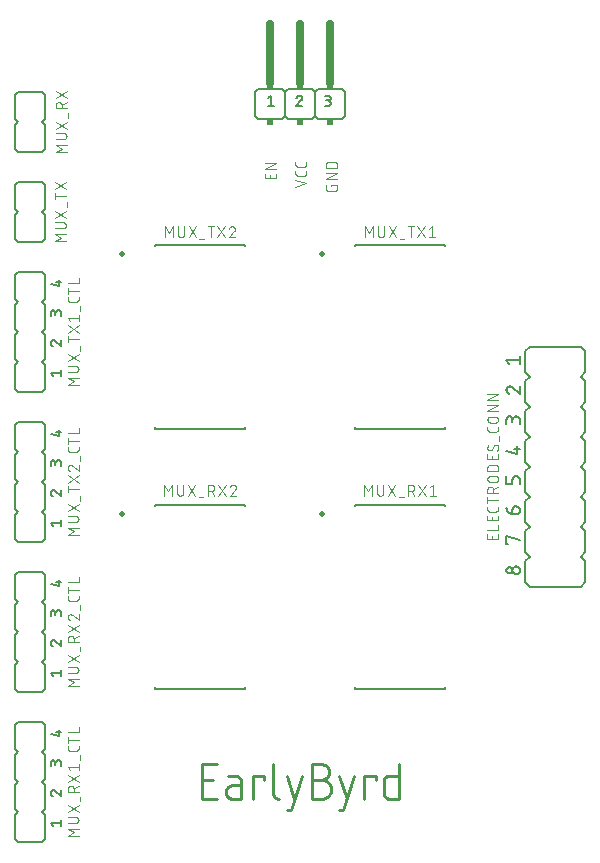
<source format=gbr>
G04 EAGLE Gerber RS-274X export*
G75*
%MOMM*%
%FSLAX34Y34*%
%LPD*%
%INSilkscreen Top*%
%IPPOS*%
%AMOC8*
5,1,8,0,0,1.08239X$1,22.5*%
G01*
%ADD10C,0.076200*%
%ADD11C,0.254000*%
%ADD12C,0.150000*%
%ADD13C,0.500000*%
%ADD14C,0.152400*%
%ADD15C,0.660400*%
%ADD16C,0.127000*%
%ADD17R,0.609600X0.508000*%
%ADD18C,0.101600*%


D10*
X233299Y578257D02*
X233299Y574080D01*
X223901Y574080D01*
X223901Y578257D01*
X228078Y577212D02*
X228078Y574080D01*
X223901Y581987D02*
X233299Y581987D01*
X233299Y587208D02*
X223901Y581987D01*
X223901Y587208D02*
X233299Y587208D01*
X279894Y568929D02*
X279894Y567363D01*
X279894Y568929D02*
X285115Y568929D01*
X285115Y565796D01*
X285113Y565707D01*
X285107Y565619D01*
X285098Y565531D01*
X285085Y565443D01*
X285068Y565356D01*
X285048Y565270D01*
X285023Y565185D01*
X284996Y565100D01*
X284964Y565017D01*
X284930Y564936D01*
X284891Y564856D01*
X284850Y564778D01*
X284805Y564701D01*
X284757Y564627D01*
X284706Y564554D01*
X284652Y564484D01*
X284594Y564417D01*
X284534Y564351D01*
X284472Y564289D01*
X284406Y564229D01*
X284339Y564171D01*
X284269Y564117D01*
X284196Y564066D01*
X284122Y564018D01*
X284045Y563973D01*
X283967Y563932D01*
X283887Y563893D01*
X283806Y563859D01*
X283723Y563827D01*
X283638Y563800D01*
X283553Y563775D01*
X283467Y563755D01*
X283380Y563738D01*
X283292Y563725D01*
X283204Y563716D01*
X283116Y563710D01*
X283027Y563708D01*
X277805Y563708D01*
X277805Y563707D02*
X277714Y563709D01*
X277623Y563715D01*
X277532Y563725D01*
X277442Y563739D01*
X277353Y563757D01*
X277264Y563778D01*
X277177Y563804D01*
X277091Y563833D01*
X277006Y563866D01*
X276922Y563903D01*
X276840Y563943D01*
X276761Y563987D01*
X276683Y564034D01*
X276607Y564085D01*
X276533Y564139D01*
X276462Y564196D01*
X276394Y564256D01*
X276328Y564319D01*
X276265Y564385D01*
X276205Y564453D01*
X276148Y564524D01*
X276094Y564598D01*
X276043Y564674D01*
X275996Y564751D01*
X275952Y564831D01*
X275912Y564913D01*
X275875Y564997D01*
X275842Y565081D01*
X275813Y565168D01*
X275787Y565255D01*
X275766Y565344D01*
X275748Y565433D01*
X275734Y565523D01*
X275724Y565614D01*
X275718Y565705D01*
X275716Y565796D01*
X275717Y565796D02*
X275717Y568929D01*
X275717Y573461D02*
X285115Y573461D01*
X285115Y578683D02*
X275717Y573461D01*
X275717Y578683D02*
X285115Y578683D01*
X285115Y583215D02*
X275717Y583215D01*
X275717Y585826D01*
X275719Y585926D01*
X275725Y586026D01*
X275734Y586125D01*
X275748Y586225D01*
X275765Y586323D01*
X275786Y586421D01*
X275810Y586518D01*
X275839Y586614D01*
X275871Y586709D01*
X275906Y586802D01*
X275945Y586894D01*
X275988Y586985D01*
X276034Y587073D01*
X276084Y587160D01*
X276136Y587245D01*
X276192Y587328D01*
X276251Y587409D01*
X276314Y587487D01*
X276379Y587563D01*
X276447Y587637D01*
X276517Y587707D01*
X276591Y587775D01*
X276667Y587840D01*
X276745Y587903D01*
X276826Y587962D01*
X276909Y588018D01*
X276994Y588070D01*
X277081Y588120D01*
X277169Y588166D01*
X277260Y588209D01*
X277352Y588248D01*
X277445Y588283D01*
X277540Y588315D01*
X277636Y588344D01*
X277733Y588368D01*
X277831Y588389D01*
X277929Y588406D01*
X278029Y588420D01*
X278128Y588429D01*
X278228Y588435D01*
X278328Y588437D01*
X278328Y588436D02*
X282504Y588436D01*
X282504Y588437D02*
X282604Y588435D01*
X282704Y588429D01*
X282803Y588420D01*
X282903Y588406D01*
X283001Y588389D01*
X283099Y588368D01*
X283196Y588344D01*
X283292Y588315D01*
X283387Y588283D01*
X283480Y588248D01*
X283572Y588209D01*
X283663Y588166D01*
X283751Y588120D01*
X283838Y588070D01*
X283923Y588018D01*
X284006Y587962D01*
X284087Y587903D01*
X284165Y587840D01*
X284241Y587775D01*
X284315Y587707D01*
X284385Y587637D01*
X284453Y587563D01*
X284518Y587487D01*
X284581Y587409D01*
X284640Y587328D01*
X284696Y587245D01*
X284748Y587160D01*
X284798Y587073D01*
X284844Y586985D01*
X284887Y586894D01*
X284926Y586802D01*
X284961Y586709D01*
X284993Y586614D01*
X285022Y586518D01*
X285046Y586421D01*
X285067Y586323D01*
X285084Y586225D01*
X285098Y586125D01*
X285107Y586026D01*
X285113Y585926D01*
X285115Y585826D01*
X285115Y583215D01*
X259207Y570010D02*
X249809Y566877D01*
X249809Y573143D02*
X259207Y570010D01*
X259207Y578606D02*
X259207Y580695D01*
X259207Y578606D02*
X259205Y578517D01*
X259199Y578429D01*
X259190Y578341D01*
X259177Y578253D01*
X259160Y578166D01*
X259140Y578080D01*
X259115Y577995D01*
X259088Y577910D01*
X259056Y577827D01*
X259022Y577746D01*
X258983Y577666D01*
X258942Y577588D01*
X258897Y577511D01*
X258849Y577437D01*
X258798Y577364D01*
X258744Y577294D01*
X258686Y577227D01*
X258626Y577161D01*
X258564Y577099D01*
X258498Y577039D01*
X258431Y576981D01*
X258361Y576927D01*
X258288Y576876D01*
X258214Y576828D01*
X258137Y576783D01*
X258059Y576742D01*
X257979Y576703D01*
X257898Y576669D01*
X257815Y576637D01*
X257730Y576610D01*
X257645Y576585D01*
X257559Y576565D01*
X257472Y576548D01*
X257384Y576535D01*
X257296Y576526D01*
X257208Y576520D01*
X257119Y576518D01*
X251897Y576518D01*
X251897Y576517D02*
X251806Y576519D01*
X251715Y576525D01*
X251624Y576535D01*
X251534Y576549D01*
X251445Y576567D01*
X251356Y576588D01*
X251269Y576614D01*
X251183Y576643D01*
X251098Y576676D01*
X251014Y576713D01*
X250932Y576753D01*
X250853Y576797D01*
X250775Y576844D01*
X250699Y576895D01*
X250625Y576949D01*
X250554Y577006D01*
X250486Y577066D01*
X250420Y577129D01*
X250357Y577195D01*
X250297Y577263D01*
X250240Y577334D01*
X250186Y577408D01*
X250135Y577484D01*
X250088Y577561D01*
X250044Y577641D01*
X250004Y577723D01*
X249967Y577807D01*
X249934Y577891D01*
X249905Y577978D01*
X249879Y578065D01*
X249858Y578154D01*
X249840Y578243D01*
X249826Y578333D01*
X249816Y578424D01*
X249810Y578515D01*
X249808Y578606D01*
X249809Y578606D02*
X249809Y580695D01*
X259207Y586226D02*
X259207Y588315D01*
X259207Y586226D02*
X259205Y586137D01*
X259199Y586049D01*
X259190Y585961D01*
X259177Y585873D01*
X259160Y585786D01*
X259140Y585700D01*
X259115Y585615D01*
X259088Y585530D01*
X259056Y585447D01*
X259022Y585366D01*
X258983Y585286D01*
X258942Y585208D01*
X258897Y585131D01*
X258849Y585057D01*
X258798Y584984D01*
X258744Y584914D01*
X258686Y584847D01*
X258626Y584781D01*
X258564Y584719D01*
X258498Y584659D01*
X258431Y584601D01*
X258361Y584547D01*
X258288Y584496D01*
X258214Y584448D01*
X258137Y584403D01*
X258059Y584362D01*
X257979Y584323D01*
X257898Y584289D01*
X257815Y584257D01*
X257730Y584230D01*
X257645Y584205D01*
X257559Y584185D01*
X257472Y584168D01*
X257384Y584155D01*
X257296Y584146D01*
X257208Y584140D01*
X257119Y584138D01*
X251897Y584138D01*
X251897Y584137D02*
X251806Y584139D01*
X251715Y584145D01*
X251624Y584155D01*
X251534Y584169D01*
X251445Y584187D01*
X251356Y584208D01*
X251269Y584234D01*
X251183Y584263D01*
X251098Y584296D01*
X251014Y584333D01*
X250932Y584373D01*
X250853Y584417D01*
X250775Y584464D01*
X250699Y584515D01*
X250625Y584569D01*
X250554Y584626D01*
X250486Y584686D01*
X250420Y584749D01*
X250357Y584815D01*
X250297Y584883D01*
X250240Y584954D01*
X250186Y585028D01*
X250135Y585104D01*
X250088Y585181D01*
X250044Y585261D01*
X250004Y585343D01*
X249967Y585427D01*
X249934Y585511D01*
X249905Y585598D01*
X249879Y585685D01*
X249858Y585774D01*
X249840Y585863D01*
X249826Y585953D01*
X249816Y586044D01*
X249810Y586135D01*
X249808Y586226D01*
X249809Y586226D02*
X249809Y588315D01*
D11*
X183469Y48895D02*
X170487Y48895D01*
X170487Y78105D01*
X183469Y78105D01*
X180224Y65123D02*
X170487Y65123D01*
X196625Y60254D02*
X203927Y60254D01*
X196625Y60255D02*
X196475Y60253D01*
X196325Y60247D01*
X196176Y60237D01*
X196026Y60223D01*
X195877Y60206D01*
X195729Y60184D01*
X195581Y60158D01*
X195434Y60129D01*
X195288Y60095D01*
X195143Y60058D01*
X194999Y60017D01*
X194856Y59972D01*
X194714Y59924D01*
X194573Y59871D01*
X194434Y59815D01*
X194296Y59756D01*
X194161Y59693D01*
X194026Y59626D01*
X193894Y59555D01*
X193763Y59481D01*
X193635Y59404D01*
X193508Y59324D01*
X193384Y59240D01*
X193262Y59153D01*
X193143Y59062D01*
X193025Y58969D01*
X192911Y58872D01*
X192798Y58773D01*
X192689Y58670D01*
X192582Y58565D01*
X192478Y58457D01*
X192377Y58346D01*
X192279Y58232D01*
X192184Y58116D01*
X192092Y57998D01*
X192003Y57877D01*
X191918Y57754D01*
X191836Y57629D01*
X191757Y57501D01*
X191681Y57372D01*
X191609Y57240D01*
X191540Y57107D01*
X191475Y56972D01*
X191414Y56835D01*
X191356Y56697D01*
X191302Y56557D01*
X191251Y56416D01*
X191205Y56273D01*
X191162Y56129D01*
X191123Y55985D01*
X191087Y55839D01*
X191056Y55692D01*
X191028Y55545D01*
X191005Y55397D01*
X190985Y55248D01*
X190969Y55099D01*
X190957Y54950D01*
X190949Y54800D01*
X190945Y54650D01*
X190945Y54500D01*
X190949Y54350D01*
X190957Y54200D01*
X190969Y54051D01*
X190985Y53902D01*
X191005Y53753D01*
X191028Y53605D01*
X191056Y53458D01*
X191087Y53311D01*
X191123Y53165D01*
X191162Y53021D01*
X191205Y52877D01*
X191251Y52734D01*
X191302Y52593D01*
X191356Y52453D01*
X191414Y52315D01*
X191475Y52178D01*
X191540Y52043D01*
X191609Y51910D01*
X191681Y51778D01*
X191757Y51649D01*
X191836Y51521D01*
X191918Y51396D01*
X192003Y51273D01*
X192092Y51152D01*
X192184Y51034D01*
X192279Y50918D01*
X192377Y50804D01*
X192478Y50693D01*
X192582Y50585D01*
X192689Y50480D01*
X192798Y50377D01*
X192911Y50278D01*
X193025Y50181D01*
X193143Y50088D01*
X193262Y49997D01*
X193384Y49910D01*
X193508Y49826D01*
X193635Y49746D01*
X193763Y49669D01*
X193894Y49595D01*
X194026Y49524D01*
X194161Y49457D01*
X194296Y49394D01*
X194434Y49335D01*
X194573Y49279D01*
X194714Y49226D01*
X194856Y49178D01*
X194999Y49133D01*
X195143Y49092D01*
X195288Y49055D01*
X195434Y49021D01*
X195581Y48992D01*
X195729Y48966D01*
X195877Y48944D01*
X196026Y48927D01*
X196176Y48913D01*
X196325Y48903D01*
X196475Y48897D01*
X196625Y48895D01*
X203927Y48895D01*
X203927Y63500D01*
X203925Y63637D01*
X203919Y63773D01*
X203910Y63909D01*
X203896Y64045D01*
X203879Y64180D01*
X203858Y64315D01*
X203833Y64450D01*
X203805Y64583D01*
X203773Y64716D01*
X203737Y64848D01*
X203697Y64978D01*
X203654Y65108D01*
X203607Y65236D01*
X203556Y65363D01*
X203502Y65488D01*
X203445Y65612D01*
X203384Y65734D01*
X203320Y65855D01*
X203252Y65973D01*
X203181Y66090D01*
X203107Y66205D01*
X203029Y66317D01*
X202949Y66427D01*
X202865Y66535D01*
X202778Y66641D01*
X202689Y66744D01*
X202596Y66844D01*
X202501Y66942D01*
X202403Y67037D01*
X202303Y67130D01*
X202200Y67219D01*
X202094Y67306D01*
X201986Y67390D01*
X201876Y67470D01*
X201764Y67548D01*
X201649Y67622D01*
X201532Y67693D01*
X201414Y67761D01*
X201293Y67825D01*
X201171Y67886D01*
X201047Y67943D01*
X200922Y67997D01*
X200795Y68048D01*
X200667Y68095D01*
X200537Y68138D01*
X200407Y68178D01*
X200275Y68214D01*
X200142Y68246D01*
X200009Y68274D01*
X199874Y68299D01*
X199739Y68320D01*
X199604Y68337D01*
X199468Y68351D01*
X199332Y68360D01*
X199196Y68366D01*
X199059Y68368D01*
X192568Y68368D01*
X213914Y68368D02*
X213914Y48895D01*
X213914Y68368D02*
X223650Y68368D01*
X223650Y65123D01*
X231079Y53763D02*
X231079Y78105D01*
X231079Y53763D02*
X231081Y53626D01*
X231087Y53490D01*
X231096Y53354D01*
X231110Y53218D01*
X231127Y53083D01*
X231148Y52948D01*
X231173Y52813D01*
X231201Y52680D01*
X231233Y52547D01*
X231269Y52415D01*
X231309Y52285D01*
X231352Y52155D01*
X231399Y52027D01*
X231450Y51900D01*
X231504Y51775D01*
X231561Y51651D01*
X231622Y51529D01*
X231686Y51408D01*
X231754Y51290D01*
X231825Y51173D01*
X231899Y51058D01*
X231977Y50946D01*
X232057Y50836D01*
X232141Y50728D01*
X232228Y50622D01*
X232317Y50519D01*
X232410Y50419D01*
X232505Y50321D01*
X232603Y50226D01*
X232703Y50133D01*
X232806Y50044D01*
X232912Y49957D01*
X233020Y49873D01*
X233130Y49793D01*
X233242Y49715D01*
X233357Y49641D01*
X233474Y49570D01*
X233592Y49502D01*
X233713Y49438D01*
X233835Y49377D01*
X233959Y49320D01*
X234084Y49266D01*
X234211Y49215D01*
X234339Y49168D01*
X234469Y49125D01*
X234599Y49085D01*
X234731Y49049D01*
X234864Y49017D01*
X234997Y48989D01*
X235132Y48964D01*
X235267Y48943D01*
X235402Y48926D01*
X235538Y48912D01*
X235674Y48903D01*
X235810Y48897D01*
X235947Y48895D01*
X242586Y39158D02*
X245831Y39158D01*
X255568Y68368D01*
X242586Y68368D02*
X249077Y48895D01*
X263937Y65123D02*
X272051Y65123D01*
X272249Y65121D01*
X272446Y65113D01*
X272643Y65101D01*
X272840Y65085D01*
X273037Y65063D01*
X273232Y65037D01*
X273428Y65005D01*
X273622Y64969D01*
X273815Y64929D01*
X274008Y64884D01*
X274199Y64834D01*
X274389Y64779D01*
X274577Y64720D01*
X274764Y64656D01*
X274950Y64588D01*
X275133Y64515D01*
X275315Y64437D01*
X275495Y64356D01*
X275673Y64270D01*
X275849Y64179D01*
X276022Y64085D01*
X276193Y63986D01*
X276362Y63883D01*
X276528Y63776D01*
X276692Y63665D01*
X276852Y63550D01*
X277010Y63431D01*
X277165Y63309D01*
X277317Y63182D01*
X277466Y63052D01*
X277611Y62918D01*
X277753Y62781D01*
X277892Y62641D01*
X278028Y62497D01*
X278160Y62350D01*
X278288Y62199D01*
X278412Y62046D01*
X278533Y61889D01*
X278650Y61730D01*
X278763Y61568D01*
X278872Y61403D01*
X278977Y61236D01*
X279078Y61066D01*
X279175Y60894D01*
X279267Y60719D01*
X279355Y60542D01*
X279439Y60363D01*
X279519Y60182D01*
X279594Y60000D01*
X279664Y59815D01*
X279730Y59629D01*
X279792Y59441D01*
X279849Y59252D01*
X279901Y59061D01*
X279949Y58870D01*
X279992Y58677D01*
X280030Y58483D01*
X280064Y58288D01*
X280092Y58093D01*
X280116Y57896D01*
X280136Y57700D01*
X280150Y57503D01*
X280160Y57305D01*
X280164Y57108D01*
X280164Y56910D01*
X280160Y56713D01*
X280150Y56515D01*
X280136Y56318D01*
X280116Y56122D01*
X280092Y55925D01*
X280064Y55730D01*
X280030Y55535D01*
X279992Y55341D01*
X279949Y55148D01*
X279901Y54957D01*
X279849Y54766D01*
X279792Y54577D01*
X279730Y54389D01*
X279664Y54203D01*
X279594Y54018D01*
X279519Y53836D01*
X279439Y53655D01*
X279355Y53476D01*
X279267Y53299D01*
X279175Y53124D01*
X279078Y52952D01*
X278977Y52782D01*
X278872Y52615D01*
X278763Y52450D01*
X278650Y52288D01*
X278533Y52129D01*
X278412Y51972D01*
X278288Y51819D01*
X278160Y51668D01*
X278028Y51521D01*
X277892Y51377D01*
X277753Y51237D01*
X277611Y51100D01*
X277466Y50966D01*
X277317Y50836D01*
X277165Y50709D01*
X277010Y50587D01*
X276852Y50468D01*
X276692Y50353D01*
X276528Y50242D01*
X276362Y50135D01*
X276193Y50032D01*
X276022Y49933D01*
X275849Y49839D01*
X275673Y49748D01*
X275495Y49662D01*
X275315Y49581D01*
X275133Y49503D01*
X274950Y49430D01*
X274764Y49362D01*
X274577Y49298D01*
X274389Y49239D01*
X274199Y49184D01*
X274008Y49134D01*
X273815Y49089D01*
X273622Y49049D01*
X273428Y49013D01*
X273232Y48981D01*
X273037Y48955D01*
X272840Y48933D01*
X272643Y48917D01*
X272446Y48905D01*
X272249Y48897D01*
X272051Y48895D01*
X263937Y48895D01*
X263937Y78105D01*
X272051Y78105D01*
X272210Y78103D01*
X272369Y78097D01*
X272529Y78087D01*
X272687Y78074D01*
X272846Y78056D01*
X273003Y78035D01*
X273161Y78009D01*
X273317Y77980D01*
X273473Y77947D01*
X273628Y77910D01*
X273782Y77870D01*
X273935Y77825D01*
X274087Y77777D01*
X274238Y77726D01*
X274387Y77670D01*
X274535Y77611D01*
X274681Y77548D01*
X274826Y77482D01*
X274969Y77412D01*
X275111Y77339D01*
X275250Y77262D01*
X275388Y77182D01*
X275524Y77098D01*
X275657Y77011D01*
X275789Y76921D01*
X275918Y76828D01*
X276044Y76731D01*
X276169Y76632D01*
X276291Y76529D01*
X276410Y76424D01*
X276527Y76315D01*
X276641Y76204D01*
X276752Y76090D01*
X276861Y75973D01*
X276966Y75854D01*
X277069Y75732D01*
X277168Y75607D01*
X277265Y75481D01*
X277358Y75352D01*
X277448Y75220D01*
X277535Y75087D01*
X277619Y74951D01*
X277699Y74813D01*
X277776Y74674D01*
X277849Y74532D01*
X277919Y74389D01*
X277985Y74244D01*
X278048Y74098D01*
X278107Y73950D01*
X278163Y73801D01*
X278214Y73650D01*
X278262Y73498D01*
X278307Y73345D01*
X278347Y73191D01*
X278384Y73036D01*
X278417Y72880D01*
X278446Y72724D01*
X278472Y72566D01*
X278493Y72409D01*
X278511Y72250D01*
X278524Y72092D01*
X278534Y71932D01*
X278540Y71773D01*
X278542Y71614D01*
X278540Y71455D01*
X278534Y71296D01*
X278524Y71136D01*
X278511Y70978D01*
X278493Y70819D01*
X278472Y70662D01*
X278446Y70504D01*
X278417Y70348D01*
X278384Y70192D01*
X278347Y70037D01*
X278307Y69883D01*
X278262Y69730D01*
X278214Y69578D01*
X278163Y69427D01*
X278107Y69278D01*
X278048Y69130D01*
X277985Y68984D01*
X277919Y68839D01*
X277849Y68696D01*
X277776Y68554D01*
X277699Y68415D01*
X277619Y68277D01*
X277535Y68141D01*
X277448Y68008D01*
X277358Y67876D01*
X277265Y67747D01*
X277168Y67621D01*
X277069Y67496D01*
X276966Y67374D01*
X276861Y67255D01*
X276752Y67138D01*
X276641Y67024D01*
X276527Y66913D01*
X276410Y66804D01*
X276291Y66699D01*
X276169Y66596D01*
X276044Y66497D01*
X275918Y66400D01*
X275789Y66307D01*
X275657Y66217D01*
X275524Y66130D01*
X275388Y66046D01*
X275250Y65966D01*
X275111Y65889D01*
X274969Y65816D01*
X274826Y65746D01*
X274681Y65680D01*
X274535Y65617D01*
X274387Y65558D01*
X274238Y65502D01*
X274087Y65451D01*
X273935Y65403D01*
X273782Y65358D01*
X273628Y65318D01*
X273473Y65281D01*
X273317Y65248D01*
X273161Y65219D01*
X273003Y65193D01*
X272846Y65172D01*
X272687Y65154D01*
X272529Y65141D01*
X272369Y65131D01*
X272210Y65125D01*
X272051Y65123D01*
X286841Y39158D02*
X290087Y39158D01*
X299823Y68368D01*
X286841Y68368D02*
X293332Y48895D01*
X308162Y48895D02*
X308162Y68368D01*
X317898Y68368D01*
X317898Y65123D01*
X337513Y78105D02*
X337513Y48895D01*
X329399Y48895D01*
X329262Y48897D01*
X329126Y48903D01*
X328990Y48912D01*
X328854Y48926D01*
X328719Y48943D01*
X328584Y48964D01*
X328449Y48989D01*
X328316Y49017D01*
X328183Y49049D01*
X328051Y49085D01*
X327921Y49125D01*
X327791Y49168D01*
X327663Y49215D01*
X327536Y49266D01*
X327411Y49320D01*
X327287Y49377D01*
X327165Y49438D01*
X327044Y49502D01*
X326926Y49570D01*
X326809Y49641D01*
X326694Y49715D01*
X326582Y49793D01*
X326472Y49873D01*
X326364Y49957D01*
X326258Y50044D01*
X326155Y50133D01*
X326055Y50226D01*
X325957Y50321D01*
X325862Y50419D01*
X325769Y50519D01*
X325680Y50622D01*
X325593Y50728D01*
X325509Y50836D01*
X325429Y50946D01*
X325351Y51058D01*
X325277Y51173D01*
X325206Y51290D01*
X325138Y51408D01*
X325074Y51529D01*
X325013Y51651D01*
X324956Y51775D01*
X324902Y51900D01*
X324851Y52027D01*
X324804Y52155D01*
X324761Y52285D01*
X324721Y52415D01*
X324685Y52547D01*
X324653Y52680D01*
X324625Y52813D01*
X324600Y52948D01*
X324579Y53083D01*
X324562Y53218D01*
X324548Y53354D01*
X324539Y53490D01*
X324533Y53626D01*
X324531Y53763D01*
X324531Y63500D01*
X324533Y63637D01*
X324539Y63773D01*
X324548Y63909D01*
X324562Y64045D01*
X324579Y64180D01*
X324600Y64315D01*
X324625Y64450D01*
X324653Y64583D01*
X324685Y64716D01*
X324721Y64848D01*
X324761Y64978D01*
X324804Y65108D01*
X324851Y65236D01*
X324902Y65363D01*
X324956Y65488D01*
X325013Y65612D01*
X325074Y65734D01*
X325138Y65855D01*
X325206Y65973D01*
X325277Y66090D01*
X325351Y66205D01*
X325429Y66317D01*
X325509Y66427D01*
X325593Y66535D01*
X325680Y66641D01*
X325769Y66744D01*
X325862Y66844D01*
X325957Y66942D01*
X326055Y67037D01*
X326155Y67130D01*
X326258Y67219D01*
X326364Y67306D01*
X326472Y67390D01*
X326582Y67470D01*
X326694Y67548D01*
X326809Y67622D01*
X326926Y67693D01*
X327044Y67761D01*
X327165Y67825D01*
X327287Y67886D01*
X327411Y67943D01*
X327536Y67997D01*
X327663Y68048D01*
X327791Y68095D01*
X327921Y68138D01*
X328051Y68178D01*
X328183Y68214D01*
X328316Y68246D01*
X328449Y68274D01*
X328584Y68299D01*
X328719Y68320D01*
X328854Y68337D01*
X328990Y68351D01*
X329126Y68360D01*
X329262Y68366D01*
X329399Y68368D01*
X337513Y68368D01*
D12*
X300582Y297964D02*
X376582Y297964D01*
X376582Y143364D02*
X376582Y141964D01*
X376582Y296564D02*
X376582Y297964D01*
X376582Y141964D02*
X300582Y141964D01*
X300582Y143364D01*
X300582Y296564D02*
X300582Y297964D01*
D13*
X272832Y289814D03*
D10*
X308279Y305435D02*
X308279Y314833D01*
X311411Y309612D01*
X314544Y314833D01*
X314544Y305435D01*
X319164Y308046D02*
X319164Y314833D01*
X319163Y308046D02*
X319165Y307945D01*
X319171Y307844D01*
X319181Y307743D01*
X319194Y307643D01*
X319212Y307543D01*
X319233Y307444D01*
X319259Y307346D01*
X319288Y307249D01*
X319320Y307153D01*
X319357Y307059D01*
X319397Y306966D01*
X319441Y306874D01*
X319488Y306785D01*
X319539Y306697D01*
X319593Y306611D01*
X319650Y306528D01*
X319710Y306446D01*
X319774Y306368D01*
X319840Y306291D01*
X319910Y306218D01*
X319982Y306147D01*
X320057Y306079D01*
X320135Y306014D01*
X320215Y305952D01*
X320297Y305893D01*
X320382Y305837D01*
X320469Y305785D01*
X320557Y305736D01*
X320648Y305690D01*
X320740Y305649D01*
X320834Y305610D01*
X320929Y305576D01*
X321025Y305545D01*
X321123Y305518D01*
X321221Y305494D01*
X321321Y305475D01*
X321421Y305459D01*
X321521Y305447D01*
X321622Y305439D01*
X321723Y305435D01*
X321825Y305435D01*
X321926Y305439D01*
X322027Y305447D01*
X322127Y305459D01*
X322227Y305475D01*
X322327Y305494D01*
X322425Y305518D01*
X322523Y305545D01*
X322619Y305576D01*
X322714Y305610D01*
X322808Y305649D01*
X322900Y305690D01*
X322991Y305736D01*
X323079Y305785D01*
X323166Y305837D01*
X323251Y305893D01*
X323333Y305952D01*
X323413Y306014D01*
X323491Y306079D01*
X323566Y306147D01*
X323638Y306218D01*
X323708Y306291D01*
X323774Y306368D01*
X323838Y306446D01*
X323898Y306528D01*
X323955Y306611D01*
X324009Y306697D01*
X324060Y306785D01*
X324107Y306874D01*
X324151Y306966D01*
X324191Y307059D01*
X324228Y307153D01*
X324260Y307249D01*
X324289Y307346D01*
X324315Y307444D01*
X324336Y307543D01*
X324354Y307643D01*
X324367Y307743D01*
X324377Y307844D01*
X324383Y307945D01*
X324385Y308046D01*
X324385Y314833D01*
X334356Y314833D02*
X328091Y305435D01*
X334356Y305435D02*
X328091Y314833D01*
X337364Y304391D02*
X341541Y304391D01*
X345434Y305435D02*
X345434Y314833D01*
X348044Y314833D01*
X348145Y314831D01*
X348246Y314825D01*
X348347Y314815D01*
X348447Y314802D01*
X348547Y314784D01*
X348646Y314763D01*
X348744Y314737D01*
X348841Y314708D01*
X348937Y314676D01*
X349031Y314639D01*
X349124Y314599D01*
X349216Y314555D01*
X349305Y314508D01*
X349393Y314457D01*
X349479Y314403D01*
X349562Y314346D01*
X349644Y314286D01*
X349722Y314222D01*
X349799Y314156D01*
X349872Y314086D01*
X349943Y314014D01*
X350011Y313939D01*
X350076Y313861D01*
X350138Y313781D01*
X350197Y313699D01*
X350253Y313614D01*
X350305Y313527D01*
X350354Y313439D01*
X350400Y313348D01*
X350441Y313256D01*
X350480Y313162D01*
X350514Y313067D01*
X350545Y312971D01*
X350572Y312873D01*
X350596Y312775D01*
X350615Y312675D01*
X350631Y312575D01*
X350643Y312475D01*
X350651Y312374D01*
X350655Y312273D01*
X350655Y312171D01*
X350651Y312070D01*
X350643Y311969D01*
X350631Y311869D01*
X350615Y311769D01*
X350596Y311669D01*
X350572Y311571D01*
X350545Y311473D01*
X350514Y311377D01*
X350480Y311282D01*
X350441Y311188D01*
X350400Y311096D01*
X350354Y311005D01*
X350305Y310917D01*
X350253Y310830D01*
X350197Y310745D01*
X350138Y310663D01*
X350076Y310583D01*
X350011Y310505D01*
X349943Y310430D01*
X349872Y310358D01*
X349799Y310288D01*
X349722Y310222D01*
X349644Y310158D01*
X349562Y310098D01*
X349479Y310041D01*
X349393Y309987D01*
X349305Y309936D01*
X349216Y309889D01*
X349124Y309845D01*
X349031Y309805D01*
X348937Y309768D01*
X348841Y309736D01*
X348744Y309707D01*
X348646Y309681D01*
X348547Y309660D01*
X348447Y309642D01*
X348347Y309629D01*
X348246Y309619D01*
X348145Y309613D01*
X348044Y309611D01*
X348044Y309612D02*
X345434Y309612D01*
X348566Y309612D02*
X350655Y305435D01*
X353998Y305435D02*
X360264Y314833D01*
X353998Y314833D02*
X360264Y305435D01*
X363664Y312745D02*
X366275Y314833D01*
X366275Y305435D01*
X368885Y305435D02*
X363664Y305435D01*
D12*
X207164Y297964D02*
X131164Y297964D01*
X207164Y143364D02*
X207164Y141964D01*
X207164Y296564D02*
X207164Y297964D01*
X207164Y141964D02*
X131164Y141964D01*
X131164Y143364D01*
X131164Y296564D02*
X131164Y297964D01*
D13*
X103414Y289814D03*
D10*
X138861Y305435D02*
X138861Y314833D01*
X141993Y309612D01*
X145126Y314833D01*
X145126Y305435D01*
X149746Y308046D02*
X149746Y314833D01*
X149745Y308046D02*
X149747Y307945D01*
X149753Y307844D01*
X149763Y307743D01*
X149776Y307643D01*
X149794Y307543D01*
X149815Y307444D01*
X149841Y307346D01*
X149870Y307249D01*
X149902Y307153D01*
X149939Y307059D01*
X149979Y306966D01*
X150023Y306874D01*
X150070Y306785D01*
X150121Y306697D01*
X150175Y306611D01*
X150232Y306528D01*
X150292Y306446D01*
X150356Y306368D01*
X150422Y306291D01*
X150492Y306218D01*
X150564Y306147D01*
X150639Y306079D01*
X150717Y306014D01*
X150797Y305952D01*
X150879Y305893D01*
X150964Y305837D01*
X151051Y305785D01*
X151139Y305736D01*
X151230Y305690D01*
X151322Y305649D01*
X151416Y305610D01*
X151511Y305576D01*
X151607Y305545D01*
X151705Y305518D01*
X151803Y305494D01*
X151903Y305475D01*
X152003Y305459D01*
X152103Y305447D01*
X152204Y305439D01*
X152305Y305435D01*
X152407Y305435D01*
X152508Y305439D01*
X152609Y305447D01*
X152709Y305459D01*
X152809Y305475D01*
X152909Y305494D01*
X153007Y305518D01*
X153105Y305545D01*
X153201Y305576D01*
X153296Y305610D01*
X153390Y305649D01*
X153482Y305690D01*
X153573Y305736D01*
X153661Y305785D01*
X153748Y305837D01*
X153833Y305893D01*
X153915Y305952D01*
X153995Y306014D01*
X154073Y306079D01*
X154148Y306147D01*
X154220Y306218D01*
X154290Y306291D01*
X154356Y306368D01*
X154420Y306446D01*
X154480Y306528D01*
X154537Y306611D01*
X154591Y306697D01*
X154642Y306785D01*
X154689Y306874D01*
X154733Y306966D01*
X154773Y307059D01*
X154810Y307153D01*
X154842Y307249D01*
X154871Y307346D01*
X154897Y307444D01*
X154918Y307543D01*
X154936Y307643D01*
X154949Y307743D01*
X154959Y307844D01*
X154965Y307945D01*
X154967Y308046D01*
X154967Y314833D01*
X164938Y314833D02*
X158673Y305435D01*
X164938Y305435D02*
X158673Y314833D01*
X167946Y304391D02*
X172123Y304391D01*
X176016Y305435D02*
X176016Y314833D01*
X178626Y314833D01*
X178727Y314831D01*
X178828Y314825D01*
X178929Y314815D01*
X179029Y314802D01*
X179129Y314784D01*
X179228Y314763D01*
X179326Y314737D01*
X179423Y314708D01*
X179519Y314676D01*
X179613Y314639D01*
X179706Y314599D01*
X179798Y314555D01*
X179887Y314508D01*
X179975Y314457D01*
X180061Y314403D01*
X180144Y314346D01*
X180226Y314286D01*
X180304Y314222D01*
X180381Y314156D01*
X180454Y314086D01*
X180525Y314014D01*
X180593Y313939D01*
X180658Y313861D01*
X180720Y313781D01*
X180779Y313699D01*
X180835Y313614D01*
X180887Y313527D01*
X180936Y313439D01*
X180982Y313348D01*
X181023Y313256D01*
X181062Y313162D01*
X181096Y313067D01*
X181127Y312971D01*
X181154Y312873D01*
X181178Y312775D01*
X181197Y312675D01*
X181213Y312575D01*
X181225Y312475D01*
X181233Y312374D01*
X181237Y312273D01*
X181237Y312171D01*
X181233Y312070D01*
X181225Y311969D01*
X181213Y311869D01*
X181197Y311769D01*
X181178Y311669D01*
X181154Y311571D01*
X181127Y311473D01*
X181096Y311377D01*
X181062Y311282D01*
X181023Y311188D01*
X180982Y311096D01*
X180936Y311005D01*
X180887Y310917D01*
X180835Y310830D01*
X180779Y310745D01*
X180720Y310663D01*
X180658Y310583D01*
X180593Y310505D01*
X180525Y310430D01*
X180454Y310358D01*
X180381Y310288D01*
X180304Y310222D01*
X180226Y310158D01*
X180144Y310098D01*
X180061Y310041D01*
X179975Y309987D01*
X179887Y309936D01*
X179798Y309889D01*
X179706Y309845D01*
X179613Y309805D01*
X179519Y309768D01*
X179423Y309736D01*
X179326Y309707D01*
X179228Y309681D01*
X179129Y309660D01*
X179029Y309642D01*
X178929Y309629D01*
X178828Y309619D01*
X178727Y309613D01*
X178626Y309611D01*
X178626Y309612D02*
X176016Y309612D01*
X179148Y309612D02*
X181237Y305435D01*
X184580Y305435D02*
X190846Y314833D01*
X184580Y314833D02*
X190846Y305435D01*
X199468Y312484D02*
X199466Y312579D01*
X199460Y312673D01*
X199451Y312767D01*
X199438Y312861D01*
X199421Y312954D01*
X199400Y313046D01*
X199375Y313138D01*
X199347Y313228D01*
X199315Y313317D01*
X199280Y313405D01*
X199241Y313491D01*
X199199Y313576D01*
X199153Y313659D01*
X199104Y313740D01*
X199052Y313819D01*
X198997Y313896D01*
X198938Y313970D01*
X198877Y314042D01*
X198813Y314112D01*
X198746Y314179D01*
X198676Y314243D01*
X198604Y314304D01*
X198530Y314363D01*
X198453Y314418D01*
X198374Y314470D01*
X198293Y314519D01*
X198210Y314565D01*
X198125Y314607D01*
X198039Y314646D01*
X197951Y314681D01*
X197862Y314713D01*
X197772Y314741D01*
X197680Y314766D01*
X197588Y314787D01*
X197495Y314804D01*
X197401Y314817D01*
X197307Y314826D01*
X197213Y314832D01*
X197118Y314834D01*
X197118Y314833D02*
X197010Y314831D01*
X196901Y314825D01*
X196793Y314815D01*
X196686Y314802D01*
X196579Y314784D01*
X196472Y314763D01*
X196367Y314738D01*
X196262Y314709D01*
X196159Y314677D01*
X196057Y314640D01*
X195956Y314600D01*
X195857Y314557D01*
X195759Y314510D01*
X195663Y314459D01*
X195569Y314405D01*
X195477Y314348D01*
X195387Y314287D01*
X195299Y314223D01*
X195214Y314157D01*
X195131Y314087D01*
X195051Y314014D01*
X194973Y313938D01*
X194898Y313860D01*
X194826Y313779D01*
X194757Y313695D01*
X194691Y313609D01*
X194628Y313521D01*
X194569Y313430D01*
X194512Y313338D01*
X194459Y313243D01*
X194410Y313147D01*
X194364Y313048D01*
X194321Y312949D01*
X194282Y312847D01*
X194247Y312745D01*
X198685Y310656D02*
X198754Y310725D01*
X198820Y310796D01*
X198884Y310869D01*
X198945Y310945D01*
X199003Y311024D01*
X199057Y311104D01*
X199109Y311187D01*
X199157Y311271D01*
X199203Y311357D01*
X199244Y311445D01*
X199283Y311535D01*
X199318Y311626D01*
X199349Y311718D01*
X199377Y311811D01*
X199401Y311905D01*
X199421Y312000D01*
X199438Y312096D01*
X199451Y312193D01*
X199460Y312290D01*
X199466Y312387D01*
X199468Y312484D01*
X198684Y310656D02*
X194246Y305435D01*
X199467Y305435D01*
D12*
X300582Y518182D02*
X376582Y518182D01*
X376582Y363582D02*
X376582Y362182D01*
X376582Y516782D02*
X376582Y518182D01*
X376582Y362182D02*
X300582Y362182D01*
X300582Y363582D01*
X300582Y516782D02*
X300582Y518182D01*
D13*
X272832Y510032D03*
D10*
X309041Y524129D02*
X309041Y533527D01*
X312173Y528306D01*
X315306Y533527D01*
X315306Y524129D01*
X319926Y526740D02*
X319926Y533527D01*
X319925Y526740D02*
X319927Y526639D01*
X319933Y526538D01*
X319943Y526437D01*
X319956Y526337D01*
X319974Y526237D01*
X319995Y526138D01*
X320021Y526040D01*
X320050Y525943D01*
X320082Y525847D01*
X320119Y525753D01*
X320159Y525660D01*
X320203Y525568D01*
X320250Y525479D01*
X320301Y525391D01*
X320355Y525305D01*
X320412Y525222D01*
X320472Y525140D01*
X320536Y525062D01*
X320602Y524985D01*
X320672Y524912D01*
X320744Y524841D01*
X320819Y524773D01*
X320897Y524708D01*
X320977Y524646D01*
X321059Y524587D01*
X321144Y524531D01*
X321231Y524479D01*
X321319Y524430D01*
X321410Y524384D01*
X321502Y524343D01*
X321596Y524304D01*
X321691Y524270D01*
X321787Y524239D01*
X321885Y524212D01*
X321983Y524188D01*
X322083Y524169D01*
X322183Y524153D01*
X322283Y524141D01*
X322384Y524133D01*
X322485Y524129D01*
X322587Y524129D01*
X322688Y524133D01*
X322789Y524141D01*
X322889Y524153D01*
X322989Y524169D01*
X323089Y524188D01*
X323187Y524212D01*
X323285Y524239D01*
X323381Y524270D01*
X323476Y524304D01*
X323570Y524343D01*
X323662Y524384D01*
X323753Y524430D01*
X323841Y524479D01*
X323928Y524531D01*
X324013Y524587D01*
X324095Y524646D01*
X324175Y524708D01*
X324253Y524773D01*
X324328Y524841D01*
X324400Y524912D01*
X324470Y524985D01*
X324536Y525062D01*
X324600Y525140D01*
X324660Y525222D01*
X324717Y525305D01*
X324771Y525391D01*
X324822Y525479D01*
X324869Y525568D01*
X324913Y525660D01*
X324953Y525753D01*
X324990Y525847D01*
X325022Y525943D01*
X325051Y526040D01*
X325077Y526138D01*
X325098Y526237D01*
X325116Y526337D01*
X325129Y526437D01*
X325139Y526538D01*
X325145Y526639D01*
X325147Y526740D01*
X325147Y533527D01*
X335118Y533527D02*
X328852Y524129D01*
X335118Y524129D02*
X328852Y533527D01*
X338126Y523085D02*
X342303Y523085D01*
X347835Y524129D02*
X347835Y533527D01*
X350445Y533527D02*
X345224Y533527D01*
X353236Y524129D02*
X359502Y533527D01*
X353236Y533527D02*
X359502Y524129D01*
X362902Y531439D02*
X365513Y533527D01*
X365513Y524129D01*
X368123Y524129D02*
X362902Y524129D01*
D12*
X207164Y518182D02*
X131164Y518182D01*
X207164Y363582D02*
X207164Y362182D01*
X207164Y516782D02*
X207164Y518182D01*
X207164Y362182D02*
X131164Y362182D01*
X131164Y363582D01*
X131164Y516782D02*
X131164Y518182D01*
D13*
X103414Y510032D03*
D10*
X139623Y524129D02*
X139623Y533527D01*
X142755Y528306D01*
X145888Y533527D01*
X145888Y524129D01*
X150508Y526740D02*
X150508Y533527D01*
X150507Y526740D02*
X150509Y526639D01*
X150515Y526538D01*
X150525Y526437D01*
X150538Y526337D01*
X150556Y526237D01*
X150577Y526138D01*
X150603Y526040D01*
X150632Y525943D01*
X150664Y525847D01*
X150701Y525753D01*
X150741Y525660D01*
X150785Y525568D01*
X150832Y525479D01*
X150883Y525391D01*
X150937Y525305D01*
X150994Y525222D01*
X151054Y525140D01*
X151118Y525062D01*
X151184Y524985D01*
X151254Y524912D01*
X151326Y524841D01*
X151401Y524773D01*
X151479Y524708D01*
X151559Y524646D01*
X151641Y524587D01*
X151726Y524531D01*
X151813Y524479D01*
X151901Y524430D01*
X151992Y524384D01*
X152084Y524343D01*
X152178Y524304D01*
X152273Y524270D01*
X152369Y524239D01*
X152467Y524212D01*
X152565Y524188D01*
X152665Y524169D01*
X152765Y524153D01*
X152865Y524141D01*
X152966Y524133D01*
X153067Y524129D01*
X153169Y524129D01*
X153270Y524133D01*
X153371Y524141D01*
X153471Y524153D01*
X153571Y524169D01*
X153671Y524188D01*
X153769Y524212D01*
X153867Y524239D01*
X153963Y524270D01*
X154058Y524304D01*
X154152Y524343D01*
X154244Y524384D01*
X154335Y524430D01*
X154423Y524479D01*
X154510Y524531D01*
X154595Y524587D01*
X154677Y524646D01*
X154757Y524708D01*
X154835Y524773D01*
X154910Y524841D01*
X154982Y524912D01*
X155052Y524985D01*
X155118Y525062D01*
X155182Y525140D01*
X155242Y525222D01*
X155299Y525305D01*
X155353Y525391D01*
X155404Y525479D01*
X155451Y525568D01*
X155495Y525660D01*
X155535Y525753D01*
X155572Y525847D01*
X155604Y525943D01*
X155633Y526040D01*
X155659Y526138D01*
X155680Y526237D01*
X155698Y526337D01*
X155711Y526437D01*
X155721Y526538D01*
X155727Y526639D01*
X155729Y526740D01*
X155729Y533527D01*
X165700Y533527D02*
X159434Y524129D01*
X165700Y524129D02*
X159434Y533527D01*
X168708Y523085D02*
X172885Y523085D01*
X178417Y524129D02*
X178417Y533527D01*
X181027Y533527D02*
X175806Y533527D01*
X183818Y524129D02*
X190084Y533527D01*
X183818Y533527D02*
X190084Y524129D01*
X198706Y531178D02*
X198704Y531273D01*
X198698Y531367D01*
X198689Y531461D01*
X198676Y531555D01*
X198659Y531648D01*
X198638Y531740D01*
X198613Y531832D01*
X198585Y531922D01*
X198553Y532011D01*
X198518Y532099D01*
X198479Y532185D01*
X198437Y532270D01*
X198391Y532353D01*
X198342Y532434D01*
X198290Y532513D01*
X198235Y532590D01*
X198176Y532664D01*
X198115Y532736D01*
X198051Y532806D01*
X197984Y532873D01*
X197914Y532937D01*
X197842Y532998D01*
X197768Y533057D01*
X197691Y533112D01*
X197612Y533164D01*
X197531Y533213D01*
X197448Y533259D01*
X197363Y533301D01*
X197277Y533340D01*
X197189Y533375D01*
X197100Y533407D01*
X197010Y533435D01*
X196918Y533460D01*
X196826Y533481D01*
X196733Y533498D01*
X196639Y533511D01*
X196545Y533520D01*
X196451Y533526D01*
X196356Y533528D01*
X196356Y533527D02*
X196248Y533525D01*
X196139Y533519D01*
X196031Y533509D01*
X195924Y533496D01*
X195817Y533478D01*
X195710Y533457D01*
X195605Y533432D01*
X195500Y533403D01*
X195397Y533371D01*
X195295Y533334D01*
X195194Y533294D01*
X195095Y533251D01*
X194997Y533204D01*
X194901Y533153D01*
X194807Y533099D01*
X194715Y533042D01*
X194625Y532981D01*
X194537Y532917D01*
X194452Y532851D01*
X194369Y532781D01*
X194289Y532708D01*
X194211Y532632D01*
X194136Y532554D01*
X194064Y532473D01*
X193995Y532389D01*
X193929Y532303D01*
X193866Y532215D01*
X193807Y532124D01*
X193750Y532032D01*
X193697Y531937D01*
X193648Y531841D01*
X193602Y531742D01*
X193559Y531643D01*
X193520Y531541D01*
X193485Y531439D01*
X197923Y529350D02*
X197992Y529419D01*
X198058Y529490D01*
X198122Y529563D01*
X198183Y529639D01*
X198241Y529718D01*
X198295Y529798D01*
X198347Y529881D01*
X198395Y529965D01*
X198441Y530051D01*
X198482Y530139D01*
X198521Y530229D01*
X198556Y530320D01*
X198587Y530412D01*
X198615Y530505D01*
X198639Y530599D01*
X198659Y530694D01*
X198676Y530790D01*
X198689Y530887D01*
X198698Y530984D01*
X198704Y531081D01*
X198706Y531178D01*
X197922Y529350D02*
X193484Y524129D01*
X198705Y524129D01*
D14*
X269240Y650240D02*
X289560Y650240D01*
X269240Y650240D02*
X266700Y647700D01*
X269240Y624840D02*
X289560Y624840D01*
X269240Y624840D02*
X266700Y627380D01*
X266700Y647700D01*
X289560Y624840D02*
X292100Y627380D01*
X292100Y647700D02*
X289560Y650240D01*
X292100Y647700D02*
X292100Y627380D01*
X241300Y627380D02*
X241300Y647700D01*
X241300Y627380D02*
X243840Y624840D01*
X241300Y627380D02*
X238760Y624840D01*
X218440Y624840D02*
X215900Y627380D01*
X215900Y647700D01*
X243840Y624840D02*
X264160Y624840D01*
X266700Y627380D01*
X238760Y624840D02*
X218440Y624840D01*
X243840Y650240D02*
X264160Y650240D01*
X238760Y650240D02*
X218440Y650240D01*
X241300Y647700D02*
X243840Y650240D01*
X218440Y650240D02*
X215900Y647700D01*
X264160Y650240D02*
X266700Y647700D01*
X241300Y647700D02*
X238760Y650240D01*
D15*
X279400Y655320D02*
X279400Y704850D01*
X254000Y704850D02*
X254000Y655320D01*
X228600Y655320D02*
X228600Y704850D01*
D16*
X229094Y644271D02*
X226695Y642352D01*
X229094Y644271D02*
X229094Y635635D01*
X226695Y635635D02*
X231493Y635635D01*
X253464Y644271D02*
X253556Y644269D01*
X253647Y644263D01*
X253738Y644254D01*
X253829Y644240D01*
X253919Y644223D01*
X254008Y644201D01*
X254096Y644176D01*
X254183Y644148D01*
X254269Y644115D01*
X254353Y644079D01*
X254436Y644040D01*
X254517Y643997D01*
X254596Y643950D01*
X254673Y643901D01*
X254748Y643848D01*
X254820Y643792D01*
X254890Y643733D01*
X254958Y643671D01*
X255023Y643606D01*
X255085Y643538D01*
X255144Y643468D01*
X255200Y643396D01*
X255253Y643321D01*
X255302Y643244D01*
X255349Y643165D01*
X255392Y643084D01*
X255431Y643001D01*
X255467Y642917D01*
X255500Y642831D01*
X255528Y642744D01*
X255553Y642656D01*
X255575Y642567D01*
X255592Y642477D01*
X255606Y642386D01*
X255615Y642295D01*
X255621Y642204D01*
X255623Y642112D01*
X253464Y644271D02*
X253361Y644269D01*
X253259Y644263D01*
X253157Y644254D01*
X253055Y644241D01*
X252954Y644224D01*
X252853Y644203D01*
X252754Y644179D01*
X252655Y644150D01*
X252558Y644119D01*
X252461Y644083D01*
X252366Y644045D01*
X252273Y644002D01*
X252181Y643956D01*
X252091Y643907D01*
X252003Y643855D01*
X251916Y643799D01*
X251832Y643740D01*
X251751Y643679D01*
X251671Y643614D01*
X251594Y643546D01*
X251519Y643475D01*
X251448Y643402D01*
X251379Y643326D01*
X251312Y643248D01*
X251249Y643167D01*
X251189Y643084D01*
X251132Y642999D01*
X251078Y642912D01*
X251027Y642822D01*
X250980Y642731D01*
X250936Y642639D01*
X250895Y642544D01*
X250858Y642449D01*
X250825Y642352D01*
X254903Y640433D02*
X254970Y640499D01*
X255034Y640568D01*
X255095Y640639D01*
X255153Y640713D01*
X255208Y640789D01*
X255260Y640867D01*
X255309Y640947D01*
X255355Y641029D01*
X255397Y641113D01*
X255436Y641199D01*
X255471Y641286D01*
X255502Y641374D01*
X255530Y641464D01*
X255555Y641554D01*
X255576Y641646D01*
X255593Y641738D01*
X255606Y641831D01*
X255615Y641924D01*
X255621Y642018D01*
X255623Y642112D01*
X254903Y640433D02*
X250825Y635635D01*
X255623Y635635D01*
X274955Y635635D02*
X277354Y635635D01*
X277451Y635637D01*
X277547Y635643D01*
X277643Y635652D01*
X277739Y635666D01*
X277834Y635683D01*
X277928Y635705D01*
X278021Y635730D01*
X278114Y635758D01*
X278205Y635791D01*
X278294Y635827D01*
X278382Y635867D01*
X278469Y635910D01*
X278554Y635956D01*
X278636Y636006D01*
X278717Y636060D01*
X278795Y636116D01*
X278871Y636176D01*
X278945Y636238D01*
X279016Y636304D01*
X279084Y636372D01*
X279150Y636443D01*
X279212Y636517D01*
X279272Y636593D01*
X279328Y636671D01*
X279382Y636752D01*
X279432Y636835D01*
X279478Y636919D01*
X279521Y637006D01*
X279561Y637094D01*
X279597Y637183D01*
X279630Y637274D01*
X279658Y637367D01*
X279683Y637460D01*
X279705Y637554D01*
X279722Y637649D01*
X279736Y637745D01*
X279745Y637841D01*
X279751Y637937D01*
X279753Y638034D01*
X279751Y638131D01*
X279745Y638227D01*
X279736Y638323D01*
X279722Y638419D01*
X279705Y638514D01*
X279683Y638608D01*
X279658Y638701D01*
X279630Y638794D01*
X279597Y638885D01*
X279561Y638974D01*
X279521Y639062D01*
X279478Y639149D01*
X279432Y639234D01*
X279382Y639316D01*
X279328Y639397D01*
X279272Y639475D01*
X279212Y639551D01*
X279150Y639625D01*
X279084Y639696D01*
X279016Y639764D01*
X278945Y639830D01*
X278871Y639892D01*
X278795Y639952D01*
X278717Y640008D01*
X278636Y640062D01*
X278554Y640112D01*
X278469Y640158D01*
X278382Y640201D01*
X278294Y640241D01*
X278205Y640277D01*
X278114Y640310D01*
X278021Y640338D01*
X277928Y640363D01*
X277834Y640385D01*
X277739Y640402D01*
X277643Y640416D01*
X277547Y640425D01*
X277451Y640431D01*
X277354Y640433D01*
X277834Y644271D02*
X274955Y644271D01*
X277834Y644271D02*
X277920Y644269D01*
X278006Y644263D01*
X278092Y644254D01*
X278177Y644240D01*
X278261Y644223D01*
X278345Y644202D01*
X278427Y644177D01*
X278508Y644149D01*
X278588Y644117D01*
X278667Y644081D01*
X278743Y644042D01*
X278818Y643999D01*
X278891Y643954D01*
X278962Y643905D01*
X279030Y643852D01*
X279097Y643797D01*
X279160Y643739D01*
X279221Y643678D01*
X279279Y643615D01*
X279334Y643548D01*
X279387Y643480D01*
X279436Y643409D01*
X279481Y643336D01*
X279524Y643261D01*
X279563Y643185D01*
X279599Y643106D01*
X279631Y643026D01*
X279659Y642945D01*
X279684Y642863D01*
X279705Y642779D01*
X279722Y642695D01*
X279736Y642610D01*
X279745Y642524D01*
X279751Y642438D01*
X279753Y642352D01*
X279751Y642266D01*
X279745Y642180D01*
X279736Y642094D01*
X279722Y642009D01*
X279705Y641925D01*
X279684Y641841D01*
X279659Y641759D01*
X279631Y641678D01*
X279599Y641598D01*
X279563Y641519D01*
X279524Y641443D01*
X279481Y641368D01*
X279436Y641295D01*
X279387Y641224D01*
X279334Y641156D01*
X279279Y641089D01*
X279221Y641026D01*
X279160Y640965D01*
X279097Y640907D01*
X279030Y640852D01*
X278962Y640799D01*
X278891Y640750D01*
X278818Y640705D01*
X278743Y640662D01*
X278667Y640623D01*
X278588Y640587D01*
X278508Y640555D01*
X278427Y640527D01*
X278345Y640502D01*
X278261Y640481D01*
X278177Y640464D01*
X278092Y640450D01*
X278006Y640441D01*
X277920Y640435D01*
X277834Y640433D01*
X275915Y640433D01*
D17*
X279400Y652780D03*
X279400Y622300D03*
X254000Y622300D03*
X228600Y622300D03*
X254000Y652780D03*
X228600Y652780D03*
D14*
X15240Y622300D02*
X12700Y624840D01*
X15240Y622300D02*
X12700Y619760D01*
X35560Y622300D02*
X38100Y624840D01*
X35560Y622300D02*
X38100Y619760D01*
X38100Y599440D01*
X35560Y596900D01*
X38100Y645160D02*
X35560Y647700D01*
X38100Y645160D02*
X38100Y624840D01*
X35560Y647700D02*
X15240Y647700D01*
X12700Y645160D01*
X12700Y624840D01*
X12700Y619760D02*
X12700Y599440D01*
X15240Y596900D01*
X35560Y596900D01*
D18*
X46990Y596392D02*
X56134Y596392D01*
X52070Y599440D02*
X46990Y596392D01*
X52070Y599440D02*
X46990Y602488D01*
X56134Y602488D01*
X53594Y607263D02*
X46990Y607263D01*
X53594Y607263D02*
X53694Y607265D01*
X53793Y607271D01*
X53893Y607281D01*
X53991Y607294D01*
X54090Y607312D01*
X54187Y607333D01*
X54283Y607358D01*
X54379Y607387D01*
X54473Y607420D01*
X54566Y607456D01*
X54657Y607496D01*
X54747Y607540D01*
X54835Y607587D01*
X54921Y607637D01*
X55005Y607691D01*
X55087Y607748D01*
X55166Y607808D01*
X55244Y607872D01*
X55318Y607938D01*
X55390Y608007D01*
X55459Y608079D01*
X55525Y608153D01*
X55589Y608231D01*
X55649Y608310D01*
X55706Y608392D01*
X55760Y608476D01*
X55810Y608562D01*
X55857Y608650D01*
X55901Y608740D01*
X55941Y608831D01*
X55977Y608924D01*
X56010Y609018D01*
X56039Y609114D01*
X56064Y609210D01*
X56085Y609307D01*
X56103Y609406D01*
X56116Y609504D01*
X56126Y609604D01*
X56132Y609703D01*
X56134Y609803D01*
X56132Y609903D01*
X56126Y610002D01*
X56116Y610102D01*
X56103Y610200D01*
X56085Y610299D01*
X56064Y610396D01*
X56039Y610492D01*
X56010Y610588D01*
X55977Y610682D01*
X55941Y610775D01*
X55901Y610866D01*
X55857Y610956D01*
X55810Y611044D01*
X55760Y611130D01*
X55706Y611214D01*
X55649Y611296D01*
X55589Y611375D01*
X55525Y611453D01*
X55459Y611527D01*
X55390Y611599D01*
X55318Y611668D01*
X55244Y611734D01*
X55166Y611798D01*
X55087Y611858D01*
X55005Y611915D01*
X54921Y611969D01*
X54835Y612019D01*
X54747Y612066D01*
X54657Y612110D01*
X54566Y612150D01*
X54473Y612186D01*
X54379Y612219D01*
X54283Y612248D01*
X54187Y612273D01*
X54090Y612294D01*
X53991Y612312D01*
X53893Y612325D01*
X53793Y612335D01*
X53694Y612341D01*
X53594Y612343D01*
X46990Y612343D01*
X56134Y616204D02*
X46990Y622300D01*
X46990Y616204D02*
X56134Y622300D01*
X57150Y625450D02*
X57150Y629514D01*
X56134Y633542D02*
X46990Y633542D01*
X46990Y636082D01*
X46992Y636182D01*
X46998Y636281D01*
X47008Y636381D01*
X47021Y636479D01*
X47039Y636578D01*
X47060Y636675D01*
X47085Y636771D01*
X47114Y636867D01*
X47147Y636961D01*
X47183Y637054D01*
X47223Y637145D01*
X47267Y637235D01*
X47314Y637323D01*
X47364Y637409D01*
X47418Y637493D01*
X47475Y637575D01*
X47535Y637654D01*
X47599Y637732D01*
X47665Y637806D01*
X47734Y637878D01*
X47806Y637947D01*
X47880Y638013D01*
X47958Y638077D01*
X48037Y638137D01*
X48119Y638194D01*
X48203Y638248D01*
X48289Y638298D01*
X48377Y638345D01*
X48467Y638389D01*
X48558Y638429D01*
X48651Y638465D01*
X48745Y638498D01*
X48841Y638527D01*
X48937Y638552D01*
X49034Y638573D01*
X49133Y638591D01*
X49231Y638604D01*
X49331Y638614D01*
X49430Y638620D01*
X49530Y638622D01*
X49630Y638620D01*
X49729Y638614D01*
X49829Y638604D01*
X49927Y638591D01*
X50026Y638573D01*
X50123Y638552D01*
X50219Y638527D01*
X50315Y638498D01*
X50409Y638465D01*
X50502Y638429D01*
X50593Y638389D01*
X50683Y638345D01*
X50771Y638298D01*
X50857Y638248D01*
X50941Y638194D01*
X51023Y638137D01*
X51102Y638077D01*
X51180Y638013D01*
X51254Y637947D01*
X51326Y637878D01*
X51395Y637806D01*
X51461Y637732D01*
X51525Y637654D01*
X51585Y637575D01*
X51642Y637493D01*
X51696Y637409D01*
X51746Y637323D01*
X51793Y637235D01*
X51837Y637145D01*
X51877Y637054D01*
X51913Y636961D01*
X51946Y636867D01*
X51975Y636771D01*
X52000Y636675D01*
X52021Y636578D01*
X52039Y636479D01*
X52052Y636381D01*
X52062Y636281D01*
X52068Y636182D01*
X52070Y636082D01*
X52070Y633542D01*
X52070Y636590D02*
X56134Y638622D01*
X56134Y642112D02*
X46990Y648208D01*
X46990Y642112D02*
X56134Y648208D01*
D14*
X35560Y12700D02*
X15240Y12700D01*
X12700Y66040D02*
X12700Y86360D01*
X12700Y66040D02*
X15240Y63500D01*
X38100Y66040D02*
X38100Y86360D01*
X38100Y66040D02*
X35560Y63500D01*
X38100Y86360D02*
X35560Y88900D01*
X15240Y88900D02*
X12700Y86360D01*
X15240Y63500D02*
X12700Y60960D01*
X12700Y40640D01*
X15240Y38100D01*
X12700Y35560D01*
X12700Y15240D02*
X15240Y12700D01*
X12700Y15240D02*
X12700Y35560D01*
X38100Y60960D02*
X35560Y63500D01*
X38100Y40640D02*
X35560Y38100D01*
X38100Y35560D01*
X38100Y15240D02*
X35560Y12700D01*
X38100Y40640D02*
X38100Y60960D01*
X38100Y35560D02*
X38100Y15240D01*
X35560Y114300D02*
X15240Y114300D01*
X12700Y111760D01*
X35560Y114300D02*
X38100Y111760D01*
X38100Y91440D02*
X35560Y88900D01*
X15240Y88900D02*
X12700Y91440D01*
X12700Y111760D01*
X38100Y111760D02*
X38100Y91440D01*
D16*
X42799Y28434D02*
X44718Y26035D01*
X42799Y28434D02*
X51435Y28434D01*
X51435Y26035D02*
X51435Y30833D01*
X42799Y54074D02*
X42801Y54166D01*
X42807Y54257D01*
X42816Y54348D01*
X42830Y54439D01*
X42847Y54529D01*
X42869Y54618D01*
X42894Y54706D01*
X42922Y54793D01*
X42955Y54879D01*
X42991Y54963D01*
X43030Y55046D01*
X43073Y55127D01*
X43120Y55206D01*
X43169Y55283D01*
X43222Y55358D01*
X43278Y55430D01*
X43337Y55500D01*
X43399Y55568D01*
X43464Y55633D01*
X43532Y55695D01*
X43602Y55754D01*
X43674Y55810D01*
X43749Y55863D01*
X43826Y55912D01*
X43905Y55959D01*
X43986Y56002D01*
X44069Y56041D01*
X44153Y56077D01*
X44239Y56110D01*
X44326Y56138D01*
X44414Y56163D01*
X44503Y56185D01*
X44593Y56202D01*
X44684Y56216D01*
X44775Y56225D01*
X44866Y56231D01*
X44958Y56233D01*
X42799Y54074D02*
X42801Y53971D01*
X42807Y53869D01*
X42816Y53767D01*
X42829Y53665D01*
X42846Y53564D01*
X42867Y53463D01*
X42891Y53364D01*
X42920Y53265D01*
X42951Y53168D01*
X42987Y53071D01*
X43025Y52976D01*
X43068Y52883D01*
X43114Y52791D01*
X43163Y52701D01*
X43215Y52613D01*
X43271Y52526D01*
X43330Y52442D01*
X43391Y52361D01*
X43456Y52281D01*
X43524Y52204D01*
X43595Y52129D01*
X43668Y52058D01*
X43744Y51989D01*
X43822Y51922D01*
X43903Y51859D01*
X43986Y51799D01*
X44071Y51742D01*
X44158Y51688D01*
X44248Y51637D01*
X44339Y51590D01*
X44431Y51546D01*
X44526Y51505D01*
X44621Y51468D01*
X44718Y51435D01*
X46637Y55513D02*
X46571Y55580D01*
X46502Y55644D01*
X46431Y55705D01*
X46357Y55763D01*
X46281Y55818D01*
X46203Y55870D01*
X46123Y55919D01*
X46041Y55965D01*
X45957Y56007D01*
X45871Y56046D01*
X45784Y56081D01*
X45696Y56112D01*
X45606Y56140D01*
X45516Y56165D01*
X45424Y56186D01*
X45332Y56203D01*
X45239Y56216D01*
X45146Y56225D01*
X45052Y56231D01*
X44958Y56233D01*
X46637Y55513D02*
X51435Y51435D01*
X51435Y56233D01*
X51435Y76835D02*
X51435Y79234D01*
X51433Y79331D01*
X51427Y79427D01*
X51418Y79523D01*
X51404Y79619D01*
X51387Y79714D01*
X51365Y79808D01*
X51340Y79901D01*
X51312Y79994D01*
X51279Y80085D01*
X51243Y80174D01*
X51203Y80262D01*
X51160Y80349D01*
X51114Y80434D01*
X51064Y80516D01*
X51010Y80597D01*
X50954Y80675D01*
X50894Y80751D01*
X50832Y80825D01*
X50766Y80896D01*
X50698Y80964D01*
X50627Y81030D01*
X50553Y81092D01*
X50477Y81152D01*
X50399Y81208D01*
X50318Y81262D01*
X50236Y81312D01*
X50151Y81358D01*
X50064Y81401D01*
X49976Y81441D01*
X49887Y81477D01*
X49796Y81510D01*
X49703Y81538D01*
X49610Y81563D01*
X49516Y81585D01*
X49421Y81602D01*
X49325Y81616D01*
X49229Y81625D01*
X49133Y81631D01*
X49036Y81633D01*
X48939Y81631D01*
X48843Y81625D01*
X48747Y81616D01*
X48651Y81602D01*
X48556Y81585D01*
X48462Y81563D01*
X48369Y81538D01*
X48276Y81510D01*
X48185Y81477D01*
X48096Y81441D01*
X48008Y81401D01*
X47921Y81358D01*
X47837Y81312D01*
X47754Y81262D01*
X47673Y81208D01*
X47595Y81152D01*
X47519Y81092D01*
X47445Y81030D01*
X47374Y80964D01*
X47306Y80896D01*
X47240Y80825D01*
X47178Y80751D01*
X47118Y80675D01*
X47062Y80597D01*
X47008Y80516D01*
X46958Y80434D01*
X46912Y80349D01*
X46869Y80262D01*
X46829Y80174D01*
X46793Y80085D01*
X46760Y79994D01*
X46732Y79901D01*
X46707Y79808D01*
X46685Y79714D01*
X46668Y79619D01*
X46654Y79523D01*
X46645Y79427D01*
X46639Y79331D01*
X46637Y79234D01*
X42799Y79714D02*
X42799Y76835D01*
X42799Y79714D02*
X42801Y79800D01*
X42807Y79886D01*
X42816Y79972D01*
X42830Y80057D01*
X42847Y80141D01*
X42868Y80225D01*
X42893Y80307D01*
X42921Y80388D01*
X42953Y80468D01*
X42989Y80547D01*
X43028Y80623D01*
X43071Y80698D01*
X43116Y80771D01*
X43165Y80842D01*
X43218Y80910D01*
X43273Y80977D01*
X43331Y81040D01*
X43392Y81101D01*
X43455Y81159D01*
X43522Y81214D01*
X43590Y81267D01*
X43661Y81316D01*
X43734Y81361D01*
X43809Y81404D01*
X43885Y81443D01*
X43964Y81479D01*
X44044Y81511D01*
X44125Y81539D01*
X44207Y81564D01*
X44291Y81585D01*
X44375Y81602D01*
X44460Y81616D01*
X44546Y81625D01*
X44632Y81631D01*
X44718Y81633D01*
X44804Y81631D01*
X44890Y81625D01*
X44976Y81616D01*
X45061Y81602D01*
X45145Y81585D01*
X45229Y81564D01*
X45311Y81539D01*
X45392Y81511D01*
X45472Y81479D01*
X45551Y81443D01*
X45627Y81404D01*
X45702Y81361D01*
X45775Y81316D01*
X45846Y81267D01*
X45914Y81214D01*
X45981Y81159D01*
X46044Y81101D01*
X46105Y81040D01*
X46163Y80977D01*
X46218Y80910D01*
X46271Y80842D01*
X46320Y80771D01*
X46365Y80698D01*
X46408Y80623D01*
X46447Y80547D01*
X46483Y80468D01*
X46515Y80388D01*
X46543Y80307D01*
X46568Y80225D01*
X46589Y80141D01*
X46606Y80057D01*
X46620Y79972D01*
X46629Y79886D01*
X46635Y79800D01*
X46637Y79714D01*
X46637Y77795D01*
X49516Y102235D02*
X42799Y104154D01*
X49516Y102235D02*
X49516Y107033D01*
X47597Y105593D02*
X51435Y105593D01*
D18*
X57150Y17618D02*
X66294Y17618D01*
X62230Y20666D02*
X57150Y17618D01*
X62230Y20666D02*
X57150Y23714D01*
X66294Y23714D01*
X63754Y28489D02*
X57150Y28489D01*
X63754Y28489D02*
X63854Y28491D01*
X63953Y28497D01*
X64053Y28507D01*
X64151Y28520D01*
X64250Y28538D01*
X64347Y28559D01*
X64443Y28584D01*
X64539Y28613D01*
X64633Y28646D01*
X64726Y28682D01*
X64817Y28722D01*
X64907Y28766D01*
X64995Y28813D01*
X65081Y28863D01*
X65165Y28917D01*
X65247Y28974D01*
X65326Y29034D01*
X65404Y29098D01*
X65478Y29164D01*
X65550Y29233D01*
X65619Y29305D01*
X65685Y29379D01*
X65749Y29457D01*
X65809Y29536D01*
X65866Y29618D01*
X65920Y29702D01*
X65970Y29788D01*
X66017Y29876D01*
X66061Y29966D01*
X66101Y30057D01*
X66137Y30150D01*
X66170Y30244D01*
X66199Y30340D01*
X66224Y30436D01*
X66245Y30533D01*
X66263Y30632D01*
X66276Y30730D01*
X66286Y30830D01*
X66292Y30929D01*
X66294Y31029D01*
X66292Y31129D01*
X66286Y31228D01*
X66276Y31328D01*
X66263Y31426D01*
X66245Y31525D01*
X66224Y31622D01*
X66199Y31718D01*
X66170Y31814D01*
X66137Y31908D01*
X66101Y32001D01*
X66061Y32092D01*
X66017Y32182D01*
X65970Y32270D01*
X65920Y32356D01*
X65866Y32440D01*
X65809Y32522D01*
X65749Y32601D01*
X65685Y32679D01*
X65619Y32753D01*
X65550Y32825D01*
X65478Y32894D01*
X65404Y32960D01*
X65326Y33024D01*
X65247Y33084D01*
X65165Y33141D01*
X65081Y33195D01*
X64995Y33245D01*
X64907Y33292D01*
X64817Y33336D01*
X64726Y33376D01*
X64633Y33412D01*
X64539Y33445D01*
X64443Y33474D01*
X64347Y33499D01*
X64250Y33520D01*
X64151Y33538D01*
X64053Y33551D01*
X63953Y33561D01*
X63854Y33567D01*
X63754Y33569D01*
X57150Y33569D01*
X66294Y37430D02*
X57150Y43526D01*
X57150Y37430D02*
X66294Y43526D01*
X67310Y46675D02*
X67310Y50739D01*
X66294Y54768D02*
X57150Y54768D01*
X57150Y57308D01*
X57152Y57408D01*
X57158Y57507D01*
X57168Y57607D01*
X57181Y57705D01*
X57199Y57804D01*
X57220Y57901D01*
X57245Y57997D01*
X57274Y58093D01*
X57307Y58187D01*
X57343Y58280D01*
X57383Y58371D01*
X57427Y58461D01*
X57474Y58549D01*
X57524Y58635D01*
X57578Y58719D01*
X57635Y58801D01*
X57695Y58880D01*
X57759Y58958D01*
X57825Y59032D01*
X57894Y59104D01*
X57966Y59173D01*
X58040Y59239D01*
X58118Y59303D01*
X58197Y59363D01*
X58279Y59420D01*
X58363Y59474D01*
X58449Y59524D01*
X58537Y59571D01*
X58627Y59615D01*
X58718Y59655D01*
X58811Y59691D01*
X58905Y59724D01*
X59001Y59753D01*
X59097Y59778D01*
X59194Y59799D01*
X59293Y59817D01*
X59391Y59830D01*
X59491Y59840D01*
X59590Y59846D01*
X59690Y59848D01*
X59790Y59846D01*
X59889Y59840D01*
X59989Y59830D01*
X60087Y59817D01*
X60186Y59799D01*
X60283Y59778D01*
X60379Y59753D01*
X60475Y59724D01*
X60569Y59691D01*
X60662Y59655D01*
X60753Y59615D01*
X60843Y59571D01*
X60931Y59524D01*
X61017Y59474D01*
X61101Y59420D01*
X61183Y59363D01*
X61262Y59303D01*
X61340Y59239D01*
X61414Y59173D01*
X61486Y59104D01*
X61555Y59032D01*
X61621Y58958D01*
X61685Y58880D01*
X61745Y58801D01*
X61802Y58719D01*
X61856Y58635D01*
X61906Y58549D01*
X61953Y58461D01*
X61997Y58371D01*
X62037Y58280D01*
X62073Y58187D01*
X62106Y58093D01*
X62135Y57997D01*
X62160Y57901D01*
X62181Y57804D01*
X62199Y57705D01*
X62212Y57607D01*
X62222Y57507D01*
X62228Y57408D01*
X62230Y57308D01*
X62230Y54768D01*
X62230Y57816D02*
X66294Y59848D01*
X66294Y63337D02*
X57150Y69433D01*
X57150Y63337D02*
X66294Y69433D01*
X59182Y72989D02*
X57150Y75529D01*
X66294Y75529D01*
X66294Y72989D02*
X66294Y78069D01*
X67310Y81727D02*
X67310Y85791D01*
X66294Y91451D02*
X66294Y93483D01*
X66294Y91451D02*
X66292Y91362D01*
X66286Y91274D01*
X66277Y91186D01*
X66263Y91098D01*
X66246Y91011D01*
X66225Y90925D01*
X66200Y90840D01*
X66171Y90756D01*
X66139Y90673D01*
X66104Y90592D01*
X66064Y90513D01*
X66022Y90435D01*
X65976Y90359D01*
X65927Y90285D01*
X65874Y90214D01*
X65819Y90145D01*
X65760Y90078D01*
X65699Y90014D01*
X65635Y89953D01*
X65568Y89894D01*
X65499Y89839D01*
X65428Y89786D01*
X65354Y89737D01*
X65278Y89691D01*
X65200Y89649D01*
X65121Y89609D01*
X65040Y89574D01*
X64957Y89542D01*
X64873Y89513D01*
X64788Y89488D01*
X64702Y89467D01*
X64615Y89450D01*
X64527Y89436D01*
X64439Y89427D01*
X64351Y89421D01*
X64262Y89419D01*
X59182Y89419D01*
X59093Y89421D01*
X59005Y89427D01*
X58917Y89436D01*
X58829Y89450D01*
X58742Y89467D01*
X58656Y89488D01*
X58571Y89513D01*
X58487Y89542D01*
X58404Y89574D01*
X58323Y89609D01*
X58244Y89649D01*
X58166Y89691D01*
X58090Y89737D01*
X58016Y89786D01*
X57945Y89839D01*
X57876Y89894D01*
X57809Y89953D01*
X57745Y90014D01*
X57684Y90078D01*
X57625Y90145D01*
X57570Y90214D01*
X57517Y90285D01*
X57468Y90359D01*
X57422Y90435D01*
X57380Y90513D01*
X57340Y90592D01*
X57305Y90673D01*
X57273Y90756D01*
X57244Y90840D01*
X57219Y90925D01*
X57198Y91011D01*
X57181Y91098D01*
X57167Y91186D01*
X57158Y91274D01*
X57152Y91362D01*
X57150Y91451D01*
X57150Y93483D01*
X57150Y98999D02*
X66294Y98999D01*
X57150Y96459D02*
X57150Y101539D01*
X57150Y105318D02*
X66294Y105318D01*
X66294Y109382D01*
D14*
X35560Y139700D02*
X15240Y139700D01*
X12700Y193040D02*
X12700Y213360D01*
X12700Y193040D02*
X15240Y190500D01*
X38100Y193040D02*
X38100Y213360D01*
X38100Y193040D02*
X35560Y190500D01*
X38100Y213360D02*
X35560Y215900D01*
X15240Y215900D02*
X12700Y213360D01*
X15240Y190500D02*
X12700Y187960D01*
X12700Y167640D01*
X15240Y165100D01*
X12700Y162560D01*
X12700Y142240D02*
X15240Y139700D01*
X12700Y142240D02*
X12700Y162560D01*
X38100Y187960D02*
X35560Y190500D01*
X38100Y167640D02*
X35560Y165100D01*
X38100Y162560D01*
X38100Y142240D02*
X35560Y139700D01*
X38100Y167640D02*
X38100Y187960D01*
X38100Y162560D02*
X38100Y142240D01*
X35560Y241300D02*
X15240Y241300D01*
X12700Y238760D01*
X35560Y241300D02*
X38100Y238760D01*
X38100Y218440D02*
X35560Y215900D01*
X15240Y215900D02*
X12700Y218440D01*
X12700Y238760D01*
X38100Y238760D02*
X38100Y218440D01*
D16*
X42799Y155434D02*
X44718Y153035D01*
X42799Y155434D02*
X51435Y155434D01*
X51435Y153035D02*
X51435Y157833D01*
X42799Y181074D02*
X42801Y181166D01*
X42807Y181257D01*
X42816Y181348D01*
X42830Y181439D01*
X42847Y181529D01*
X42869Y181618D01*
X42894Y181706D01*
X42922Y181793D01*
X42955Y181879D01*
X42991Y181963D01*
X43030Y182046D01*
X43073Y182127D01*
X43120Y182206D01*
X43169Y182283D01*
X43222Y182358D01*
X43278Y182430D01*
X43337Y182500D01*
X43399Y182568D01*
X43464Y182633D01*
X43532Y182695D01*
X43602Y182754D01*
X43674Y182810D01*
X43749Y182863D01*
X43826Y182912D01*
X43905Y182959D01*
X43986Y183002D01*
X44069Y183041D01*
X44153Y183077D01*
X44239Y183110D01*
X44326Y183138D01*
X44414Y183163D01*
X44503Y183185D01*
X44593Y183202D01*
X44684Y183216D01*
X44775Y183225D01*
X44866Y183231D01*
X44958Y183233D01*
X42799Y181074D02*
X42801Y180971D01*
X42807Y180869D01*
X42816Y180767D01*
X42829Y180665D01*
X42846Y180564D01*
X42867Y180463D01*
X42891Y180364D01*
X42920Y180265D01*
X42951Y180168D01*
X42987Y180071D01*
X43025Y179976D01*
X43068Y179883D01*
X43114Y179791D01*
X43163Y179701D01*
X43215Y179613D01*
X43271Y179526D01*
X43330Y179442D01*
X43391Y179361D01*
X43456Y179281D01*
X43524Y179204D01*
X43595Y179129D01*
X43668Y179058D01*
X43744Y178989D01*
X43822Y178922D01*
X43903Y178859D01*
X43986Y178799D01*
X44071Y178742D01*
X44158Y178688D01*
X44248Y178637D01*
X44339Y178590D01*
X44431Y178546D01*
X44526Y178505D01*
X44621Y178468D01*
X44718Y178435D01*
X46637Y182513D02*
X46571Y182580D01*
X46502Y182644D01*
X46431Y182705D01*
X46357Y182763D01*
X46281Y182818D01*
X46203Y182870D01*
X46123Y182919D01*
X46041Y182965D01*
X45957Y183007D01*
X45871Y183046D01*
X45784Y183081D01*
X45696Y183112D01*
X45606Y183140D01*
X45516Y183165D01*
X45424Y183186D01*
X45332Y183203D01*
X45239Y183216D01*
X45146Y183225D01*
X45052Y183231D01*
X44958Y183233D01*
X46637Y182513D02*
X51435Y178435D01*
X51435Y183233D01*
X51435Y203835D02*
X51435Y206234D01*
X51433Y206331D01*
X51427Y206427D01*
X51418Y206523D01*
X51404Y206619D01*
X51387Y206714D01*
X51365Y206808D01*
X51340Y206901D01*
X51312Y206994D01*
X51279Y207085D01*
X51243Y207174D01*
X51203Y207262D01*
X51160Y207349D01*
X51114Y207434D01*
X51064Y207516D01*
X51010Y207597D01*
X50954Y207675D01*
X50894Y207751D01*
X50832Y207825D01*
X50766Y207896D01*
X50698Y207964D01*
X50627Y208030D01*
X50553Y208092D01*
X50477Y208152D01*
X50399Y208208D01*
X50318Y208262D01*
X50236Y208312D01*
X50151Y208358D01*
X50064Y208401D01*
X49976Y208441D01*
X49887Y208477D01*
X49796Y208510D01*
X49703Y208538D01*
X49610Y208563D01*
X49516Y208585D01*
X49421Y208602D01*
X49325Y208616D01*
X49229Y208625D01*
X49133Y208631D01*
X49036Y208633D01*
X48939Y208631D01*
X48843Y208625D01*
X48747Y208616D01*
X48651Y208602D01*
X48556Y208585D01*
X48462Y208563D01*
X48369Y208538D01*
X48276Y208510D01*
X48185Y208477D01*
X48096Y208441D01*
X48008Y208401D01*
X47921Y208358D01*
X47837Y208312D01*
X47754Y208262D01*
X47673Y208208D01*
X47595Y208152D01*
X47519Y208092D01*
X47445Y208030D01*
X47374Y207964D01*
X47306Y207896D01*
X47240Y207825D01*
X47178Y207751D01*
X47118Y207675D01*
X47062Y207597D01*
X47008Y207516D01*
X46958Y207434D01*
X46912Y207349D01*
X46869Y207262D01*
X46829Y207174D01*
X46793Y207085D01*
X46760Y206994D01*
X46732Y206901D01*
X46707Y206808D01*
X46685Y206714D01*
X46668Y206619D01*
X46654Y206523D01*
X46645Y206427D01*
X46639Y206331D01*
X46637Y206234D01*
X42799Y206714D02*
X42799Y203835D01*
X42799Y206714D02*
X42801Y206800D01*
X42807Y206886D01*
X42816Y206972D01*
X42830Y207057D01*
X42847Y207141D01*
X42868Y207225D01*
X42893Y207307D01*
X42921Y207388D01*
X42953Y207468D01*
X42989Y207547D01*
X43028Y207623D01*
X43071Y207698D01*
X43116Y207771D01*
X43165Y207842D01*
X43218Y207910D01*
X43273Y207977D01*
X43331Y208040D01*
X43392Y208101D01*
X43455Y208159D01*
X43522Y208214D01*
X43590Y208267D01*
X43661Y208316D01*
X43734Y208361D01*
X43809Y208404D01*
X43885Y208443D01*
X43964Y208479D01*
X44044Y208511D01*
X44125Y208539D01*
X44207Y208564D01*
X44291Y208585D01*
X44375Y208602D01*
X44460Y208616D01*
X44546Y208625D01*
X44632Y208631D01*
X44718Y208633D01*
X44804Y208631D01*
X44890Y208625D01*
X44976Y208616D01*
X45061Y208602D01*
X45145Y208585D01*
X45229Y208564D01*
X45311Y208539D01*
X45392Y208511D01*
X45472Y208479D01*
X45551Y208443D01*
X45627Y208404D01*
X45702Y208361D01*
X45775Y208316D01*
X45846Y208267D01*
X45914Y208214D01*
X45981Y208159D01*
X46044Y208101D01*
X46105Y208040D01*
X46163Y207977D01*
X46218Y207910D01*
X46271Y207842D01*
X46320Y207771D01*
X46365Y207698D01*
X46408Y207623D01*
X46447Y207547D01*
X46483Y207468D01*
X46515Y207388D01*
X46543Y207307D01*
X46568Y207225D01*
X46589Y207141D01*
X46606Y207057D01*
X46620Y206972D01*
X46629Y206886D01*
X46635Y206800D01*
X46637Y206714D01*
X46637Y204795D01*
X49516Y229235D02*
X42799Y231154D01*
X49516Y229235D02*
X49516Y234033D01*
X47597Y232593D02*
X51435Y232593D01*
D18*
X57150Y144618D02*
X66294Y144618D01*
X62230Y147666D02*
X57150Y144618D01*
X62230Y147666D02*
X57150Y150714D01*
X66294Y150714D01*
X63754Y155489D02*
X57150Y155489D01*
X63754Y155489D02*
X63854Y155491D01*
X63953Y155497D01*
X64053Y155507D01*
X64151Y155520D01*
X64250Y155538D01*
X64347Y155559D01*
X64443Y155584D01*
X64539Y155613D01*
X64633Y155646D01*
X64726Y155682D01*
X64817Y155722D01*
X64907Y155766D01*
X64995Y155813D01*
X65081Y155863D01*
X65165Y155917D01*
X65247Y155974D01*
X65326Y156034D01*
X65404Y156098D01*
X65478Y156164D01*
X65550Y156233D01*
X65619Y156305D01*
X65685Y156379D01*
X65749Y156457D01*
X65809Y156536D01*
X65866Y156618D01*
X65920Y156702D01*
X65970Y156788D01*
X66017Y156876D01*
X66061Y156966D01*
X66101Y157057D01*
X66137Y157150D01*
X66170Y157244D01*
X66199Y157340D01*
X66224Y157436D01*
X66245Y157533D01*
X66263Y157632D01*
X66276Y157730D01*
X66286Y157830D01*
X66292Y157929D01*
X66294Y158029D01*
X66292Y158129D01*
X66286Y158228D01*
X66276Y158328D01*
X66263Y158426D01*
X66245Y158525D01*
X66224Y158622D01*
X66199Y158718D01*
X66170Y158814D01*
X66137Y158908D01*
X66101Y159001D01*
X66061Y159092D01*
X66017Y159182D01*
X65970Y159270D01*
X65920Y159356D01*
X65866Y159440D01*
X65809Y159522D01*
X65749Y159601D01*
X65685Y159679D01*
X65619Y159753D01*
X65550Y159825D01*
X65478Y159894D01*
X65404Y159960D01*
X65326Y160024D01*
X65247Y160084D01*
X65165Y160141D01*
X65081Y160195D01*
X64995Y160245D01*
X64907Y160292D01*
X64817Y160336D01*
X64726Y160376D01*
X64633Y160412D01*
X64539Y160445D01*
X64443Y160474D01*
X64347Y160499D01*
X64250Y160520D01*
X64151Y160538D01*
X64053Y160551D01*
X63953Y160561D01*
X63854Y160567D01*
X63754Y160569D01*
X57150Y160569D01*
X66294Y164430D02*
X57150Y170526D01*
X57150Y164430D02*
X66294Y170526D01*
X67310Y173675D02*
X67310Y177739D01*
X66294Y181768D02*
X57150Y181768D01*
X57150Y184308D01*
X57152Y184408D01*
X57158Y184507D01*
X57168Y184607D01*
X57181Y184705D01*
X57199Y184804D01*
X57220Y184901D01*
X57245Y184997D01*
X57274Y185093D01*
X57307Y185187D01*
X57343Y185280D01*
X57383Y185371D01*
X57427Y185461D01*
X57474Y185549D01*
X57524Y185635D01*
X57578Y185719D01*
X57635Y185801D01*
X57695Y185880D01*
X57759Y185958D01*
X57825Y186032D01*
X57894Y186104D01*
X57966Y186173D01*
X58040Y186239D01*
X58118Y186303D01*
X58197Y186363D01*
X58279Y186420D01*
X58363Y186474D01*
X58449Y186524D01*
X58537Y186571D01*
X58627Y186615D01*
X58718Y186655D01*
X58811Y186691D01*
X58905Y186724D01*
X59001Y186753D01*
X59097Y186778D01*
X59194Y186799D01*
X59293Y186817D01*
X59391Y186830D01*
X59491Y186840D01*
X59590Y186846D01*
X59690Y186848D01*
X59790Y186846D01*
X59889Y186840D01*
X59989Y186830D01*
X60087Y186817D01*
X60186Y186799D01*
X60283Y186778D01*
X60379Y186753D01*
X60475Y186724D01*
X60569Y186691D01*
X60662Y186655D01*
X60753Y186615D01*
X60843Y186571D01*
X60931Y186524D01*
X61017Y186474D01*
X61101Y186420D01*
X61183Y186363D01*
X61262Y186303D01*
X61340Y186239D01*
X61414Y186173D01*
X61486Y186104D01*
X61555Y186032D01*
X61621Y185958D01*
X61685Y185880D01*
X61745Y185801D01*
X61802Y185719D01*
X61856Y185635D01*
X61906Y185549D01*
X61953Y185461D01*
X61997Y185371D01*
X62037Y185280D01*
X62073Y185187D01*
X62106Y185093D01*
X62135Y184997D01*
X62160Y184901D01*
X62181Y184804D01*
X62199Y184705D01*
X62212Y184607D01*
X62222Y184507D01*
X62228Y184408D01*
X62230Y184308D01*
X62230Y181768D01*
X62230Y184816D02*
X66294Y186848D01*
X66294Y190337D02*
X57150Y196433D01*
X57150Y190337D02*
X66294Y196433D01*
X59436Y205069D02*
X59342Y205067D01*
X59247Y205061D01*
X59153Y205051D01*
X59060Y205038D01*
X58967Y205020D01*
X58875Y204999D01*
X58784Y204974D01*
X58694Y204945D01*
X58605Y204913D01*
X58518Y204876D01*
X58432Y204837D01*
X58348Y204793D01*
X58266Y204747D01*
X58186Y204697D01*
X58108Y204643D01*
X58032Y204587D01*
X57959Y204527D01*
X57888Y204465D01*
X57820Y204399D01*
X57754Y204331D01*
X57692Y204260D01*
X57632Y204187D01*
X57576Y204111D01*
X57522Y204033D01*
X57472Y203953D01*
X57426Y203871D01*
X57382Y203787D01*
X57343Y203701D01*
X57306Y203614D01*
X57274Y203525D01*
X57245Y203435D01*
X57220Y203344D01*
X57199Y203252D01*
X57181Y203159D01*
X57168Y203066D01*
X57158Y202972D01*
X57152Y202877D01*
X57150Y202783D01*
X57152Y202677D01*
X57158Y202572D01*
X57167Y202467D01*
X57180Y202362D01*
X57197Y202258D01*
X57218Y202155D01*
X57242Y202052D01*
X57271Y201950D01*
X57302Y201850D01*
X57338Y201750D01*
X57376Y201652D01*
X57419Y201556D01*
X57465Y201460D01*
X57514Y201367D01*
X57566Y201276D01*
X57622Y201186D01*
X57681Y201098D01*
X57743Y201013D01*
X57808Y200930D01*
X57876Y200849D01*
X57947Y200771D01*
X58021Y200696D01*
X58097Y200623D01*
X58176Y200553D01*
X58257Y200486D01*
X58341Y200421D01*
X58427Y200360D01*
X58515Y200302D01*
X58605Y200247D01*
X58697Y200196D01*
X58791Y200147D01*
X58887Y200102D01*
X58984Y200061D01*
X59082Y200023D01*
X59182Y199989D01*
X61214Y204307D02*
X61147Y204374D01*
X61078Y204439D01*
X61006Y204501D01*
X60933Y204560D01*
X60856Y204616D01*
X60778Y204670D01*
X60698Y204720D01*
X60616Y204767D01*
X60532Y204811D01*
X60446Y204851D01*
X60359Y204889D01*
X60271Y204923D01*
X60181Y204953D01*
X60091Y204980D01*
X59999Y205004D01*
X59906Y205024D01*
X59813Y205040D01*
X59719Y205053D01*
X59625Y205062D01*
X59531Y205067D01*
X59436Y205069D01*
X61214Y204307D02*
X66294Y199989D01*
X66294Y205069D01*
X67310Y208727D02*
X67310Y212791D01*
X66294Y218451D02*
X66294Y220483D01*
X66294Y218451D02*
X66292Y218362D01*
X66286Y218274D01*
X66277Y218186D01*
X66263Y218098D01*
X66246Y218011D01*
X66225Y217925D01*
X66200Y217840D01*
X66171Y217756D01*
X66139Y217673D01*
X66104Y217592D01*
X66064Y217513D01*
X66022Y217435D01*
X65976Y217359D01*
X65927Y217285D01*
X65874Y217214D01*
X65819Y217145D01*
X65760Y217078D01*
X65699Y217014D01*
X65635Y216953D01*
X65568Y216894D01*
X65499Y216839D01*
X65428Y216786D01*
X65354Y216737D01*
X65278Y216691D01*
X65200Y216649D01*
X65121Y216609D01*
X65040Y216574D01*
X64957Y216542D01*
X64873Y216513D01*
X64788Y216488D01*
X64702Y216467D01*
X64615Y216450D01*
X64527Y216436D01*
X64439Y216427D01*
X64351Y216421D01*
X64262Y216419D01*
X59182Y216419D01*
X59093Y216421D01*
X59005Y216427D01*
X58917Y216436D01*
X58829Y216450D01*
X58742Y216467D01*
X58656Y216488D01*
X58571Y216513D01*
X58487Y216542D01*
X58404Y216574D01*
X58323Y216609D01*
X58244Y216649D01*
X58166Y216691D01*
X58090Y216737D01*
X58016Y216786D01*
X57945Y216839D01*
X57876Y216894D01*
X57809Y216953D01*
X57745Y217014D01*
X57684Y217078D01*
X57625Y217145D01*
X57570Y217214D01*
X57517Y217285D01*
X57468Y217359D01*
X57422Y217435D01*
X57380Y217513D01*
X57340Y217592D01*
X57305Y217673D01*
X57273Y217756D01*
X57244Y217840D01*
X57219Y217925D01*
X57198Y218011D01*
X57181Y218098D01*
X57167Y218186D01*
X57158Y218274D01*
X57152Y218362D01*
X57150Y218451D01*
X57150Y220483D01*
X57150Y225999D02*
X66294Y225999D01*
X57150Y223459D02*
X57150Y228539D01*
X57150Y232318D02*
X66294Y232318D01*
X66294Y236382D01*
D14*
X35560Y266700D02*
X15240Y266700D01*
X12700Y320040D02*
X12700Y340360D01*
X12700Y320040D02*
X15240Y317500D01*
X38100Y320040D02*
X38100Y340360D01*
X38100Y320040D02*
X35560Y317500D01*
X38100Y340360D02*
X35560Y342900D01*
X15240Y342900D02*
X12700Y340360D01*
X15240Y317500D02*
X12700Y314960D01*
X12700Y294640D01*
X15240Y292100D01*
X12700Y289560D01*
X12700Y269240D02*
X15240Y266700D01*
X12700Y269240D02*
X12700Y289560D01*
X38100Y314960D02*
X35560Y317500D01*
X38100Y294640D02*
X35560Y292100D01*
X38100Y289560D01*
X38100Y269240D02*
X35560Y266700D01*
X38100Y294640D02*
X38100Y314960D01*
X38100Y289560D02*
X38100Y269240D01*
X35560Y368300D02*
X15240Y368300D01*
X12700Y365760D01*
X35560Y368300D02*
X38100Y365760D01*
X38100Y345440D02*
X35560Y342900D01*
X15240Y342900D02*
X12700Y345440D01*
X12700Y365760D01*
X38100Y365760D02*
X38100Y345440D01*
D16*
X42799Y282434D02*
X44718Y280035D01*
X42799Y282434D02*
X51435Y282434D01*
X51435Y280035D02*
X51435Y284833D01*
X42799Y308074D02*
X42801Y308166D01*
X42807Y308257D01*
X42816Y308348D01*
X42830Y308439D01*
X42847Y308529D01*
X42869Y308618D01*
X42894Y308706D01*
X42922Y308793D01*
X42955Y308879D01*
X42991Y308963D01*
X43030Y309046D01*
X43073Y309127D01*
X43120Y309206D01*
X43169Y309283D01*
X43222Y309358D01*
X43278Y309430D01*
X43337Y309500D01*
X43399Y309568D01*
X43464Y309633D01*
X43532Y309695D01*
X43602Y309754D01*
X43674Y309810D01*
X43749Y309863D01*
X43826Y309912D01*
X43905Y309959D01*
X43986Y310002D01*
X44069Y310041D01*
X44153Y310077D01*
X44239Y310110D01*
X44326Y310138D01*
X44414Y310163D01*
X44503Y310185D01*
X44593Y310202D01*
X44684Y310216D01*
X44775Y310225D01*
X44866Y310231D01*
X44958Y310233D01*
X42799Y308074D02*
X42801Y307971D01*
X42807Y307869D01*
X42816Y307767D01*
X42829Y307665D01*
X42846Y307564D01*
X42867Y307463D01*
X42891Y307364D01*
X42920Y307265D01*
X42951Y307168D01*
X42987Y307071D01*
X43025Y306976D01*
X43068Y306883D01*
X43114Y306791D01*
X43163Y306701D01*
X43215Y306613D01*
X43271Y306526D01*
X43330Y306442D01*
X43391Y306361D01*
X43456Y306281D01*
X43524Y306204D01*
X43595Y306129D01*
X43668Y306058D01*
X43744Y305989D01*
X43822Y305922D01*
X43903Y305859D01*
X43986Y305799D01*
X44071Y305742D01*
X44158Y305688D01*
X44248Y305637D01*
X44339Y305590D01*
X44431Y305546D01*
X44526Y305505D01*
X44621Y305468D01*
X44718Y305435D01*
X46637Y309513D02*
X46571Y309580D01*
X46502Y309644D01*
X46431Y309705D01*
X46357Y309763D01*
X46281Y309818D01*
X46203Y309870D01*
X46123Y309919D01*
X46041Y309965D01*
X45957Y310007D01*
X45871Y310046D01*
X45784Y310081D01*
X45696Y310112D01*
X45606Y310140D01*
X45516Y310165D01*
X45424Y310186D01*
X45332Y310203D01*
X45239Y310216D01*
X45146Y310225D01*
X45052Y310231D01*
X44958Y310233D01*
X46637Y309513D02*
X51435Y305435D01*
X51435Y310233D01*
X51435Y330835D02*
X51435Y333234D01*
X51433Y333331D01*
X51427Y333427D01*
X51418Y333523D01*
X51404Y333619D01*
X51387Y333714D01*
X51365Y333808D01*
X51340Y333901D01*
X51312Y333994D01*
X51279Y334085D01*
X51243Y334174D01*
X51203Y334262D01*
X51160Y334349D01*
X51114Y334434D01*
X51064Y334516D01*
X51010Y334597D01*
X50954Y334675D01*
X50894Y334751D01*
X50832Y334825D01*
X50766Y334896D01*
X50698Y334964D01*
X50627Y335030D01*
X50553Y335092D01*
X50477Y335152D01*
X50399Y335208D01*
X50318Y335262D01*
X50236Y335312D01*
X50151Y335358D01*
X50064Y335401D01*
X49976Y335441D01*
X49887Y335477D01*
X49796Y335510D01*
X49703Y335538D01*
X49610Y335563D01*
X49516Y335585D01*
X49421Y335602D01*
X49325Y335616D01*
X49229Y335625D01*
X49133Y335631D01*
X49036Y335633D01*
X48939Y335631D01*
X48843Y335625D01*
X48747Y335616D01*
X48651Y335602D01*
X48556Y335585D01*
X48462Y335563D01*
X48369Y335538D01*
X48276Y335510D01*
X48185Y335477D01*
X48096Y335441D01*
X48008Y335401D01*
X47921Y335358D01*
X47837Y335312D01*
X47754Y335262D01*
X47673Y335208D01*
X47595Y335152D01*
X47519Y335092D01*
X47445Y335030D01*
X47374Y334964D01*
X47306Y334896D01*
X47240Y334825D01*
X47178Y334751D01*
X47118Y334675D01*
X47062Y334597D01*
X47008Y334516D01*
X46958Y334434D01*
X46912Y334349D01*
X46869Y334262D01*
X46829Y334174D01*
X46793Y334085D01*
X46760Y333994D01*
X46732Y333901D01*
X46707Y333808D01*
X46685Y333714D01*
X46668Y333619D01*
X46654Y333523D01*
X46645Y333427D01*
X46639Y333331D01*
X46637Y333234D01*
X42799Y333714D02*
X42799Y330835D01*
X42799Y333714D02*
X42801Y333800D01*
X42807Y333886D01*
X42816Y333972D01*
X42830Y334057D01*
X42847Y334141D01*
X42868Y334225D01*
X42893Y334307D01*
X42921Y334388D01*
X42953Y334468D01*
X42989Y334547D01*
X43028Y334623D01*
X43071Y334698D01*
X43116Y334771D01*
X43165Y334842D01*
X43218Y334910D01*
X43273Y334977D01*
X43331Y335040D01*
X43392Y335101D01*
X43455Y335159D01*
X43522Y335214D01*
X43590Y335267D01*
X43661Y335316D01*
X43734Y335361D01*
X43809Y335404D01*
X43885Y335443D01*
X43964Y335479D01*
X44044Y335511D01*
X44125Y335539D01*
X44207Y335564D01*
X44291Y335585D01*
X44375Y335602D01*
X44460Y335616D01*
X44546Y335625D01*
X44632Y335631D01*
X44718Y335633D01*
X44804Y335631D01*
X44890Y335625D01*
X44976Y335616D01*
X45061Y335602D01*
X45145Y335585D01*
X45229Y335564D01*
X45311Y335539D01*
X45392Y335511D01*
X45472Y335479D01*
X45551Y335443D01*
X45627Y335404D01*
X45702Y335361D01*
X45775Y335316D01*
X45846Y335267D01*
X45914Y335214D01*
X45981Y335159D01*
X46044Y335101D01*
X46105Y335040D01*
X46163Y334977D01*
X46218Y334910D01*
X46271Y334842D01*
X46320Y334771D01*
X46365Y334698D01*
X46408Y334623D01*
X46447Y334547D01*
X46483Y334468D01*
X46515Y334388D01*
X46543Y334307D01*
X46568Y334225D01*
X46589Y334141D01*
X46606Y334057D01*
X46620Y333972D01*
X46629Y333886D01*
X46635Y333800D01*
X46637Y333714D01*
X46637Y331795D01*
X49516Y356235D02*
X42799Y358154D01*
X49516Y356235D02*
X49516Y361033D01*
X47597Y359593D02*
X51435Y359593D01*
D18*
X57150Y272380D02*
X66294Y272380D01*
X62230Y275428D02*
X57150Y272380D01*
X62230Y275428D02*
X57150Y278476D01*
X66294Y278476D01*
X63754Y283251D02*
X57150Y283251D01*
X63754Y283251D02*
X63854Y283253D01*
X63953Y283259D01*
X64053Y283269D01*
X64151Y283282D01*
X64250Y283300D01*
X64347Y283321D01*
X64443Y283346D01*
X64539Y283375D01*
X64633Y283408D01*
X64726Y283444D01*
X64817Y283484D01*
X64907Y283528D01*
X64995Y283575D01*
X65081Y283625D01*
X65165Y283679D01*
X65247Y283736D01*
X65326Y283796D01*
X65404Y283860D01*
X65478Y283926D01*
X65550Y283995D01*
X65619Y284067D01*
X65685Y284141D01*
X65749Y284219D01*
X65809Y284298D01*
X65866Y284380D01*
X65920Y284464D01*
X65970Y284550D01*
X66017Y284638D01*
X66061Y284728D01*
X66101Y284819D01*
X66137Y284912D01*
X66170Y285006D01*
X66199Y285102D01*
X66224Y285198D01*
X66245Y285295D01*
X66263Y285394D01*
X66276Y285492D01*
X66286Y285592D01*
X66292Y285691D01*
X66294Y285791D01*
X66292Y285891D01*
X66286Y285990D01*
X66276Y286090D01*
X66263Y286188D01*
X66245Y286287D01*
X66224Y286384D01*
X66199Y286480D01*
X66170Y286576D01*
X66137Y286670D01*
X66101Y286763D01*
X66061Y286854D01*
X66017Y286944D01*
X65970Y287032D01*
X65920Y287118D01*
X65866Y287202D01*
X65809Y287284D01*
X65749Y287363D01*
X65685Y287441D01*
X65619Y287515D01*
X65550Y287587D01*
X65478Y287656D01*
X65404Y287722D01*
X65326Y287786D01*
X65247Y287846D01*
X65165Y287903D01*
X65081Y287957D01*
X64995Y288007D01*
X64907Y288054D01*
X64817Y288098D01*
X64726Y288138D01*
X64633Y288174D01*
X64539Y288207D01*
X64443Y288236D01*
X64347Y288261D01*
X64250Y288282D01*
X64151Y288300D01*
X64053Y288313D01*
X63953Y288323D01*
X63854Y288329D01*
X63754Y288331D01*
X57150Y288331D01*
X66294Y292192D02*
X57150Y298288D01*
X57150Y292192D02*
X66294Y298288D01*
X67310Y301437D02*
X67310Y305501D01*
X66294Y311089D02*
X57150Y311089D01*
X57150Y308549D02*
X57150Y313629D01*
X57150Y322671D02*
X66294Y316575D01*
X66294Y322671D02*
X57150Y316575D01*
X57150Y329021D02*
X57152Y329115D01*
X57158Y329210D01*
X57168Y329304D01*
X57181Y329397D01*
X57199Y329490D01*
X57220Y329582D01*
X57245Y329673D01*
X57274Y329763D01*
X57306Y329852D01*
X57343Y329939D01*
X57382Y330025D01*
X57426Y330109D01*
X57472Y330191D01*
X57522Y330271D01*
X57576Y330349D01*
X57632Y330425D01*
X57692Y330498D01*
X57754Y330569D01*
X57820Y330637D01*
X57888Y330703D01*
X57959Y330765D01*
X58032Y330825D01*
X58108Y330881D01*
X58186Y330935D01*
X58266Y330985D01*
X58348Y331031D01*
X58432Y331075D01*
X58518Y331114D01*
X58605Y331151D01*
X58694Y331183D01*
X58784Y331212D01*
X58875Y331237D01*
X58967Y331258D01*
X59060Y331276D01*
X59153Y331289D01*
X59247Y331299D01*
X59342Y331305D01*
X59436Y331307D01*
X57150Y329021D02*
X57152Y328915D01*
X57158Y328810D01*
X57167Y328705D01*
X57180Y328600D01*
X57197Y328496D01*
X57218Y328393D01*
X57242Y328290D01*
X57271Y328188D01*
X57302Y328088D01*
X57338Y327988D01*
X57376Y327890D01*
X57419Y327794D01*
X57465Y327698D01*
X57514Y327605D01*
X57566Y327514D01*
X57622Y327424D01*
X57681Y327336D01*
X57743Y327251D01*
X57808Y327168D01*
X57876Y327087D01*
X57947Y327009D01*
X58021Y326934D01*
X58097Y326861D01*
X58176Y326791D01*
X58257Y326724D01*
X58341Y326659D01*
X58427Y326598D01*
X58515Y326540D01*
X58605Y326485D01*
X58697Y326434D01*
X58791Y326385D01*
X58887Y326340D01*
X58984Y326299D01*
X59082Y326261D01*
X59182Y326227D01*
X61214Y330545D02*
X61147Y330612D01*
X61078Y330677D01*
X61006Y330739D01*
X60933Y330798D01*
X60856Y330854D01*
X60778Y330908D01*
X60698Y330958D01*
X60616Y331005D01*
X60532Y331049D01*
X60446Y331089D01*
X60359Y331127D01*
X60271Y331161D01*
X60181Y331191D01*
X60091Y331218D01*
X59999Y331242D01*
X59906Y331262D01*
X59813Y331278D01*
X59719Y331291D01*
X59625Y331300D01*
X59531Y331305D01*
X59436Y331307D01*
X61214Y330545D02*
X66294Y326227D01*
X66294Y331307D01*
X67310Y334965D02*
X67310Y339029D01*
X66294Y344689D02*
X66294Y346721D01*
X66294Y344689D02*
X66292Y344600D01*
X66286Y344512D01*
X66277Y344424D01*
X66263Y344336D01*
X66246Y344249D01*
X66225Y344163D01*
X66200Y344078D01*
X66171Y343994D01*
X66139Y343911D01*
X66104Y343830D01*
X66064Y343751D01*
X66022Y343673D01*
X65976Y343597D01*
X65927Y343523D01*
X65874Y343452D01*
X65819Y343383D01*
X65760Y343316D01*
X65699Y343252D01*
X65635Y343191D01*
X65568Y343132D01*
X65499Y343077D01*
X65428Y343024D01*
X65354Y342975D01*
X65278Y342929D01*
X65200Y342887D01*
X65121Y342847D01*
X65040Y342812D01*
X64957Y342780D01*
X64873Y342751D01*
X64788Y342726D01*
X64702Y342705D01*
X64615Y342688D01*
X64527Y342674D01*
X64439Y342665D01*
X64351Y342659D01*
X64262Y342657D01*
X59182Y342657D01*
X59093Y342659D01*
X59005Y342665D01*
X58917Y342674D01*
X58829Y342688D01*
X58742Y342705D01*
X58656Y342726D01*
X58571Y342751D01*
X58487Y342780D01*
X58404Y342812D01*
X58323Y342847D01*
X58244Y342887D01*
X58166Y342929D01*
X58090Y342975D01*
X58016Y343024D01*
X57945Y343077D01*
X57876Y343132D01*
X57809Y343191D01*
X57745Y343252D01*
X57684Y343316D01*
X57625Y343383D01*
X57570Y343452D01*
X57517Y343523D01*
X57468Y343597D01*
X57422Y343673D01*
X57380Y343751D01*
X57340Y343830D01*
X57305Y343911D01*
X57273Y343994D01*
X57244Y344078D01*
X57219Y344163D01*
X57198Y344249D01*
X57181Y344336D01*
X57167Y344424D01*
X57158Y344512D01*
X57152Y344600D01*
X57150Y344689D01*
X57150Y346721D01*
X57150Y352237D02*
X66294Y352237D01*
X57150Y349697D02*
X57150Y354777D01*
X57150Y358556D02*
X66294Y358556D01*
X66294Y362620D01*
D14*
X35560Y393700D02*
X15240Y393700D01*
X12700Y447040D02*
X12700Y467360D01*
X12700Y447040D02*
X15240Y444500D01*
X38100Y447040D02*
X38100Y467360D01*
X38100Y447040D02*
X35560Y444500D01*
X38100Y467360D02*
X35560Y469900D01*
X15240Y469900D02*
X12700Y467360D01*
X15240Y444500D02*
X12700Y441960D01*
X12700Y421640D01*
X15240Y419100D01*
X12700Y416560D01*
X12700Y396240D02*
X15240Y393700D01*
X12700Y396240D02*
X12700Y416560D01*
X38100Y441960D02*
X35560Y444500D01*
X38100Y421640D02*
X35560Y419100D01*
X38100Y416560D01*
X38100Y396240D02*
X35560Y393700D01*
X38100Y421640D02*
X38100Y441960D01*
X38100Y416560D02*
X38100Y396240D01*
X35560Y495300D02*
X15240Y495300D01*
X12700Y492760D01*
X35560Y495300D02*
X38100Y492760D01*
X38100Y472440D02*
X35560Y469900D01*
X15240Y469900D02*
X12700Y472440D01*
X12700Y492760D01*
X38100Y492760D02*
X38100Y472440D01*
D16*
X42799Y409434D02*
X44718Y407035D01*
X42799Y409434D02*
X51435Y409434D01*
X51435Y407035D02*
X51435Y411833D01*
X42799Y435074D02*
X42801Y435166D01*
X42807Y435257D01*
X42816Y435348D01*
X42830Y435439D01*
X42847Y435529D01*
X42869Y435618D01*
X42894Y435706D01*
X42922Y435793D01*
X42955Y435879D01*
X42991Y435963D01*
X43030Y436046D01*
X43073Y436127D01*
X43120Y436206D01*
X43169Y436283D01*
X43222Y436358D01*
X43278Y436430D01*
X43337Y436500D01*
X43399Y436568D01*
X43464Y436633D01*
X43532Y436695D01*
X43602Y436754D01*
X43674Y436810D01*
X43749Y436863D01*
X43826Y436912D01*
X43905Y436959D01*
X43986Y437002D01*
X44069Y437041D01*
X44153Y437077D01*
X44239Y437110D01*
X44326Y437138D01*
X44414Y437163D01*
X44503Y437185D01*
X44593Y437202D01*
X44684Y437216D01*
X44775Y437225D01*
X44866Y437231D01*
X44958Y437233D01*
X42799Y435074D02*
X42801Y434971D01*
X42807Y434869D01*
X42816Y434767D01*
X42829Y434665D01*
X42846Y434564D01*
X42867Y434463D01*
X42891Y434364D01*
X42920Y434265D01*
X42951Y434168D01*
X42987Y434071D01*
X43025Y433976D01*
X43068Y433883D01*
X43114Y433791D01*
X43163Y433701D01*
X43215Y433613D01*
X43271Y433526D01*
X43330Y433442D01*
X43391Y433361D01*
X43456Y433281D01*
X43524Y433204D01*
X43595Y433129D01*
X43668Y433058D01*
X43744Y432989D01*
X43822Y432922D01*
X43903Y432859D01*
X43986Y432799D01*
X44071Y432742D01*
X44158Y432688D01*
X44248Y432637D01*
X44339Y432590D01*
X44431Y432546D01*
X44526Y432505D01*
X44621Y432468D01*
X44718Y432435D01*
X46637Y436513D02*
X46571Y436580D01*
X46502Y436644D01*
X46431Y436705D01*
X46357Y436763D01*
X46281Y436818D01*
X46203Y436870D01*
X46123Y436919D01*
X46041Y436965D01*
X45957Y437007D01*
X45871Y437046D01*
X45784Y437081D01*
X45696Y437112D01*
X45606Y437140D01*
X45516Y437165D01*
X45424Y437186D01*
X45332Y437203D01*
X45239Y437216D01*
X45146Y437225D01*
X45052Y437231D01*
X44958Y437233D01*
X46637Y436513D02*
X51435Y432435D01*
X51435Y437233D01*
X51435Y457835D02*
X51435Y460234D01*
X51433Y460331D01*
X51427Y460427D01*
X51418Y460523D01*
X51404Y460619D01*
X51387Y460714D01*
X51365Y460808D01*
X51340Y460901D01*
X51312Y460994D01*
X51279Y461085D01*
X51243Y461174D01*
X51203Y461262D01*
X51160Y461349D01*
X51114Y461434D01*
X51064Y461516D01*
X51010Y461597D01*
X50954Y461675D01*
X50894Y461751D01*
X50832Y461825D01*
X50766Y461896D01*
X50698Y461964D01*
X50627Y462030D01*
X50553Y462092D01*
X50477Y462152D01*
X50399Y462208D01*
X50318Y462262D01*
X50236Y462312D01*
X50151Y462358D01*
X50064Y462401D01*
X49976Y462441D01*
X49887Y462477D01*
X49796Y462510D01*
X49703Y462538D01*
X49610Y462563D01*
X49516Y462585D01*
X49421Y462602D01*
X49325Y462616D01*
X49229Y462625D01*
X49133Y462631D01*
X49036Y462633D01*
X48939Y462631D01*
X48843Y462625D01*
X48747Y462616D01*
X48651Y462602D01*
X48556Y462585D01*
X48462Y462563D01*
X48369Y462538D01*
X48276Y462510D01*
X48185Y462477D01*
X48096Y462441D01*
X48008Y462401D01*
X47921Y462358D01*
X47837Y462312D01*
X47754Y462262D01*
X47673Y462208D01*
X47595Y462152D01*
X47519Y462092D01*
X47445Y462030D01*
X47374Y461964D01*
X47306Y461896D01*
X47240Y461825D01*
X47178Y461751D01*
X47118Y461675D01*
X47062Y461597D01*
X47008Y461516D01*
X46958Y461434D01*
X46912Y461349D01*
X46869Y461262D01*
X46829Y461174D01*
X46793Y461085D01*
X46760Y460994D01*
X46732Y460901D01*
X46707Y460808D01*
X46685Y460714D01*
X46668Y460619D01*
X46654Y460523D01*
X46645Y460427D01*
X46639Y460331D01*
X46637Y460234D01*
X42799Y460714D02*
X42799Y457835D01*
X42799Y460714D02*
X42801Y460800D01*
X42807Y460886D01*
X42816Y460972D01*
X42830Y461057D01*
X42847Y461141D01*
X42868Y461225D01*
X42893Y461307D01*
X42921Y461388D01*
X42953Y461468D01*
X42989Y461547D01*
X43028Y461623D01*
X43071Y461698D01*
X43116Y461771D01*
X43165Y461842D01*
X43218Y461910D01*
X43273Y461977D01*
X43331Y462040D01*
X43392Y462101D01*
X43455Y462159D01*
X43522Y462214D01*
X43590Y462267D01*
X43661Y462316D01*
X43734Y462361D01*
X43809Y462404D01*
X43885Y462443D01*
X43964Y462479D01*
X44044Y462511D01*
X44125Y462539D01*
X44207Y462564D01*
X44291Y462585D01*
X44375Y462602D01*
X44460Y462616D01*
X44546Y462625D01*
X44632Y462631D01*
X44718Y462633D01*
X44804Y462631D01*
X44890Y462625D01*
X44976Y462616D01*
X45061Y462602D01*
X45145Y462585D01*
X45229Y462564D01*
X45311Y462539D01*
X45392Y462511D01*
X45472Y462479D01*
X45551Y462443D01*
X45627Y462404D01*
X45702Y462361D01*
X45775Y462316D01*
X45846Y462267D01*
X45914Y462214D01*
X45981Y462159D01*
X46044Y462101D01*
X46105Y462040D01*
X46163Y461977D01*
X46218Y461910D01*
X46271Y461842D01*
X46320Y461771D01*
X46365Y461698D01*
X46408Y461623D01*
X46447Y461547D01*
X46483Y461468D01*
X46515Y461388D01*
X46543Y461307D01*
X46568Y461225D01*
X46589Y461141D01*
X46606Y461057D01*
X46620Y460972D01*
X46629Y460886D01*
X46635Y460800D01*
X46637Y460714D01*
X46637Y458795D01*
X49516Y483235D02*
X42799Y485154D01*
X49516Y483235D02*
X49516Y488033D01*
X47597Y486593D02*
X51435Y486593D01*
D18*
X57150Y399380D02*
X66294Y399380D01*
X62230Y402428D02*
X57150Y399380D01*
X62230Y402428D02*
X57150Y405476D01*
X66294Y405476D01*
X63754Y410251D02*
X57150Y410251D01*
X63754Y410251D02*
X63854Y410253D01*
X63953Y410259D01*
X64053Y410269D01*
X64151Y410282D01*
X64250Y410300D01*
X64347Y410321D01*
X64443Y410346D01*
X64539Y410375D01*
X64633Y410408D01*
X64726Y410444D01*
X64817Y410484D01*
X64907Y410528D01*
X64995Y410575D01*
X65081Y410625D01*
X65165Y410679D01*
X65247Y410736D01*
X65326Y410796D01*
X65404Y410860D01*
X65478Y410926D01*
X65550Y410995D01*
X65619Y411067D01*
X65685Y411141D01*
X65749Y411219D01*
X65809Y411298D01*
X65866Y411380D01*
X65920Y411464D01*
X65970Y411550D01*
X66017Y411638D01*
X66061Y411728D01*
X66101Y411819D01*
X66137Y411912D01*
X66170Y412006D01*
X66199Y412102D01*
X66224Y412198D01*
X66245Y412295D01*
X66263Y412394D01*
X66276Y412492D01*
X66286Y412592D01*
X66292Y412691D01*
X66294Y412791D01*
X66292Y412891D01*
X66286Y412990D01*
X66276Y413090D01*
X66263Y413188D01*
X66245Y413287D01*
X66224Y413384D01*
X66199Y413480D01*
X66170Y413576D01*
X66137Y413670D01*
X66101Y413763D01*
X66061Y413854D01*
X66017Y413944D01*
X65970Y414032D01*
X65920Y414118D01*
X65866Y414202D01*
X65809Y414284D01*
X65749Y414363D01*
X65685Y414441D01*
X65619Y414515D01*
X65550Y414587D01*
X65478Y414656D01*
X65404Y414722D01*
X65326Y414786D01*
X65247Y414846D01*
X65165Y414903D01*
X65081Y414957D01*
X64995Y415007D01*
X64907Y415054D01*
X64817Y415098D01*
X64726Y415138D01*
X64633Y415174D01*
X64539Y415207D01*
X64443Y415236D01*
X64347Y415261D01*
X64250Y415282D01*
X64151Y415300D01*
X64053Y415313D01*
X63953Y415323D01*
X63854Y415329D01*
X63754Y415331D01*
X57150Y415331D01*
X66294Y419192D02*
X57150Y425288D01*
X57150Y419192D02*
X66294Y425288D01*
X67310Y428437D02*
X67310Y432501D01*
X66294Y438089D02*
X57150Y438089D01*
X57150Y435549D02*
X57150Y440629D01*
X57150Y449671D02*
X66294Y443575D01*
X66294Y449671D02*
X57150Y443575D01*
X59182Y453227D02*
X57150Y455767D01*
X66294Y455767D01*
X66294Y453227D02*
X66294Y458307D01*
X67310Y461965D02*
X67310Y466029D01*
X66294Y471689D02*
X66294Y473721D01*
X66294Y471689D02*
X66292Y471600D01*
X66286Y471512D01*
X66277Y471424D01*
X66263Y471336D01*
X66246Y471249D01*
X66225Y471163D01*
X66200Y471078D01*
X66171Y470994D01*
X66139Y470911D01*
X66104Y470830D01*
X66064Y470751D01*
X66022Y470673D01*
X65976Y470597D01*
X65927Y470523D01*
X65874Y470452D01*
X65819Y470383D01*
X65760Y470316D01*
X65699Y470252D01*
X65635Y470191D01*
X65568Y470132D01*
X65499Y470077D01*
X65428Y470024D01*
X65354Y469975D01*
X65278Y469929D01*
X65200Y469887D01*
X65121Y469847D01*
X65040Y469812D01*
X64957Y469780D01*
X64873Y469751D01*
X64788Y469726D01*
X64702Y469705D01*
X64615Y469688D01*
X64527Y469674D01*
X64439Y469665D01*
X64351Y469659D01*
X64262Y469657D01*
X59182Y469657D01*
X59093Y469659D01*
X59005Y469665D01*
X58917Y469674D01*
X58829Y469688D01*
X58742Y469705D01*
X58656Y469726D01*
X58571Y469751D01*
X58487Y469780D01*
X58404Y469812D01*
X58323Y469847D01*
X58244Y469887D01*
X58166Y469929D01*
X58090Y469975D01*
X58016Y470024D01*
X57945Y470077D01*
X57876Y470132D01*
X57809Y470191D01*
X57745Y470252D01*
X57684Y470316D01*
X57625Y470383D01*
X57570Y470452D01*
X57517Y470523D01*
X57468Y470597D01*
X57422Y470673D01*
X57380Y470751D01*
X57340Y470830D01*
X57305Y470911D01*
X57273Y470994D01*
X57244Y471078D01*
X57219Y471163D01*
X57198Y471249D01*
X57181Y471336D01*
X57167Y471424D01*
X57158Y471512D01*
X57152Y471600D01*
X57150Y471689D01*
X57150Y473721D01*
X57150Y479237D02*
X66294Y479237D01*
X57150Y476697D02*
X57150Y481777D01*
X57150Y485556D02*
X66294Y485556D01*
X66294Y489620D01*
D14*
X448310Y431800D02*
X491490Y431800D01*
X495300Y410210D02*
X491490Y406400D01*
X495300Y402590D01*
X495300Y384810D01*
X491490Y381000D01*
X495300Y377190D01*
X495300Y359410D01*
X491490Y355600D01*
X448310Y355600D02*
X444500Y359410D01*
X444500Y377190D01*
X448310Y381000D01*
X444500Y384810D01*
X444500Y402590D01*
X448310Y406400D01*
X444500Y410210D01*
X491490Y355600D02*
X495300Y351790D01*
X495300Y334010D01*
X491490Y330200D01*
X495300Y326390D01*
X495300Y308610D01*
X491490Y304800D01*
X444500Y351790D02*
X448310Y355600D01*
X444500Y351790D02*
X444500Y334010D01*
X448310Y330200D02*
X444500Y326390D01*
X448310Y330200D02*
X444500Y334010D01*
X444500Y326390D02*
X444500Y308610D01*
X448310Y304800D01*
X444500Y427990D02*
X448310Y431800D01*
X444500Y427990D02*
X444500Y410210D01*
X491490Y431800D02*
X495300Y427990D01*
X495300Y410210D01*
X491490Y228600D02*
X448310Y228600D01*
X491490Y279400D02*
X495300Y283210D01*
X448310Y279400D02*
X444500Y283210D01*
X444500Y300990D02*
X448310Y304800D01*
X495300Y257810D02*
X491490Y254000D01*
X495300Y300990D02*
X491490Y304800D01*
X491490Y279400D02*
X495300Y275590D01*
X491490Y254000D02*
X495300Y250190D01*
X495300Y232410D02*
X491490Y228600D01*
X448310Y254000D02*
X444500Y257810D01*
X444500Y232410D02*
X448310Y228600D01*
X444500Y275590D02*
X448310Y279400D01*
X448310Y254000D02*
X444500Y250190D01*
X444500Y283210D02*
X444500Y300990D01*
X444500Y275590D02*
X444500Y257810D01*
X444500Y250190D02*
X444500Y232410D01*
X495300Y283210D02*
X495300Y300990D01*
X495300Y275590D02*
X495300Y257810D01*
X495300Y250190D02*
X495300Y232410D01*
D16*
X431165Y417195D02*
X428625Y420370D01*
X440055Y420370D01*
X440055Y417195D02*
X440055Y423545D01*
X431483Y398146D02*
X431379Y398144D01*
X431274Y398138D01*
X431170Y398129D01*
X431067Y398116D01*
X430964Y398098D01*
X430862Y398078D01*
X430760Y398053D01*
X430660Y398025D01*
X430560Y397993D01*
X430462Y397957D01*
X430365Y397918D01*
X430270Y397876D01*
X430176Y397830D01*
X430084Y397780D01*
X429994Y397728D01*
X429906Y397672D01*
X429820Y397612D01*
X429736Y397550D01*
X429655Y397485D01*
X429576Y397417D01*
X429499Y397345D01*
X429426Y397272D01*
X429354Y397195D01*
X429286Y397116D01*
X429221Y397035D01*
X429159Y396951D01*
X429099Y396865D01*
X429043Y396777D01*
X428991Y396687D01*
X428941Y396595D01*
X428895Y396501D01*
X428853Y396406D01*
X428814Y396309D01*
X428778Y396211D01*
X428746Y396111D01*
X428718Y396011D01*
X428693Y395909D01*
X428673Y395807D01*
X428655Y395704D01*
X428642Y395601D01*
X428633Y395497D01*
X428627Y395392D01*
X428625Y395288D01*
X428627Y395170D01*
X428633Y395051D01*
X428642Y394933D01*
X428655Y394816D01*
X428673Y394699D01*
X428693Y394582D01*
X428718Y394466D01*
X428746Y394351D01*
X428779Y394238D01*
X428814Y394125D01*
X428854Y394013D01*
X428896Y393903D01*
X428943Y393794D01*
X428993Y393686D01*
X429046Y393581D01*
X429103Y393477D01*
X429163Y393375D01*
X429226Y393275D01*
X429293Y393177D01*
X429362Y393081D01*
X429435Y392988D01*
X429511Y392897D01*
X429589Y392808D01*
X429671Y392722D01*
X429755Y392639D01*
X429841Y392558D01*
X429931Y392481D01*
X430022Y392406D01*
X430116Y392334D01*
X430213Y392265D01*
X430311Y392200D01*
X430412Y392137D01*
X430515Y392078D01*
X430619Y392022D01*
X430725Y391970D01*
X430833Y391921D01*
X430942Y391876D01*
X431053Y391834D01*
X431165Y391796D01*
X433705Y397193D02*
X433630Y397269D01*
X433551Y397344D01*
X433470Y397415D01*
X433386Y397484D01*
X433300Y397549D01*
X433212Y397611D01*
X433122Y397671D01*
X433030Y397727D01*
X432935Y397780D01*
X432839Y397829D01*
X432741Y397875D01*
X432642Y397918D01*
X432541Y397957D01*
X432439Y397992D01*
X432336Y398024D01*
X432232Y398052D01*
X432127Y398077D01*
X432020Y398098D01*
X431914Y398115D01*
X431807Y398128D01*
X431699Y398137D01*
X431591Y398143D01*
X431483Y398145D01*
X433705Y397193D02*
X440055Y391795D01*
X440055Y398145D01*
X440055Y369570D02*
X440055Y366395D01*
X440055Y369570D02*
X440053Y369681D01*
X440047Y369791D01*
X440038Y369902D01*
X440024Y370012D01*
X440007Y370121D01*
X439986Y370230D01*
X439961Y370338D01*
X439932Y370445D01*
X439900Y370551D01*
X439864Y370656D01*
X439824Y370759D01*
X439781Y370861D01*
X439734Y370962D01*
X439683Y371061D01*
X439630Y371158D01*
X439573Y371252D01*
X439512Y371345D01*
X439449Y371436D01*
X439382Y371525D01*
X439312Y371611D01*
X439239Y371694D01*
X439164Y371776D01*
X439086Y371854D01*
X439004Y371929D01*
X438921Y372002D01*
X438835Y372072D01*
X438746Y372139D01*
X438655Y372202D01*
X438562Y372263D01*
X438468Y372320D01*
X438371Y372373D01*
X438272Y372424D01*
X438171Y372471D01*
X438069Y372514D01*
X437966Y372554D01*
X437861Y372590D01*
X437755Y372622D01*
X437648Y372651D01*
X437540Y372676D01*
X437431Y372697D01*
X437322Y372714D01*
X437212Y372728D01*
X437101Y372737D01*
X436991Y372743D01*
X436880Y372745D01*
X436769Y372743D01*
X436659Y372737D01*
X436548Y372728D01*
X436438Y372714D01*
X436329Y372697D01*
X436220Y372676D01*
X436112Y372651D01*
X436005Y372622D01*
X435899Y372590D01*
X435794Y372554D01*
X435691Y372514D01*
X435589Y372471D01*
X435488Y372424D01*
X435389Y372373D01*
X435293Y372320D01*
X435198Y372263D01*
X435105Y372202D01*
X435014Y372139D01*
X434925Y372072D01*
X434839Y372002D01*
X434756Y371929D01*
X434674Y371854D01*
X434596Y371776D01*
X434521Y371694D01*
X434448Y371611D01*
X434378Y371525D01*
X434311Y371436D01*
X434248Y371345D01*
X434187Y371252D01*
X434130Y371158D01*
X434077Y371061D01*
X434026Y370962D01*
X433979Y370861D01*
X433936Y370759D01*
X433896Y370656D01*
X433860Y370551D01*
X433828Y370445D01*
X433799Y370338D01*
X433774Y370230D01*
X433753Y370121D01*
X433736Y370012D01*
X433722Y369902D01*
X433713Y369791D01*
X433707Y369681D01*
X433705Y369570D01*
X428625Y370205D02*
X428625Y366395D01*
X428625Y370205D02*
X428627Y370305D01*
X428633Y370404D01*
X428643Y370504D01*
X428656Y370602D01*
X428674Y370701D01*
X428695Y370798D01*
X428720Y370894D01*
X428749Y370990D01*
X428782Y371084D01*
X428818Y371177D01*
X428858Y371268D01*
X428902Y371358D01*
X428949Y371446D01*
X428999Y371532D01*
X429053Y371616D01*
X429110Y371698D01*
X429170Y371777D01*
X429234Y371855D01*
X429300Y371929D01*
X429369Y372001D01*
X429441Y372070D01*
X429515Y372136D01*
X429593Y372200D01*
X429672Y372260D01*
X429754Y372317D01*
X429838Y372371D01*
X429924Y372421D01*
X430012Y372468D01*
X430102Y372512D01*
X430193Y372552D01*
X430286Y372588D01*
X430380Y372621D01*
X430476Y372650D01*
X430572Y372675D01*
X430669Y372696D01*
X430768Y372714D01*
X430866Y372727D01*
X430966Y372737D01*
X431065Y372743D01*
X431165Y372745D01*
X431265Y372743D01*
X431364Y372737D01*
X431464Y372727D01*
X431562Y372714D01*
X431661Y372696D01*
X431758Y372675D01*
X431854Y372650D01*
X431950Y372621D01*
X432044Y372588D01*
X432137Y372552D01*
X432228Y372512D01*
X432318Y372468D01*
X432406Y372421D01*
X432492Y372371D01*
X432576Y372317D01*
X432658Y372260D01*
X432737Y372200D01*
X432815Y372136D01*
X432889Y372070D01*
X432961Y372001D01*
X433030Y371929D01*
X433096Y371855D01*
X433160Y371777D01*
X433220Y371698D01*
X433277Y371616D01*
X433331Y371532D01*
X433381Y371446D01*
X433428Y371358D01*
X433472Y371268D01*
X433512Y371177D01*
X433548Y371084D01*
X433581Y370990D01*
X433610Y370894D01*
X433635Y370798D01*
X433656Y370701D01*
X433674Y370602D01*
X433687Y370504D01*
X433697Y370404D01*
X433703Y370305D01*
X433705Y370205D01*
X433705Y367665D01*
X428625Y343535D02*
X437515Y340995D01*
X437515Y347345D01*
X434975Y345440D02*
X440055Y345440D01*
X440055Y319405D02*
X440055Y315595D01*
X440055Y319405D02*
X440053Y319505D01*
X440047Y319604D01*
X440037Y319704D01*
X440024Y319802D01*
X440006Y319901D01*
X439985Y319998D01*
X439960Y320094D01*
X439931Y320190D01*
X439898Y320284D01*
X439862Y320377D01*
X439822Y320468D01*
X439778Y320558D01*
X439731Y320646D01*
X439681Y320732D01*
X439627Y320816D01*
X439570Y320898D01*
X439510Y320977D01*
X439446Y321055D01*
X439380Y321129D01*
X439311Y321201D01*
X439239Y321270D01*
X439165Y321336D01*
X439087Y321400D01*
X439008Y321460D01*
X438926Y321517D01*
X438842Y321571D01*
X438756Y321621D01*
X438668Y321668D01*
X438578Y321712D01*
X438487Y321752D01*
X438394Y321788D01*
X438300Y321821D01*
X438204Y321850D01*
X438108Y321875D01*
X438011Y321896D01*
X437912Y321914D01*
X437814Y321927D01*
X437714Y321937D01*
X437615Y321943D01*
X437515Y321945D01*
X436245Y321945D01*
X436145Y321943D01*
X436046Y321937D01*
X435946Y321927D01*
X435848Y321914D01*
X435749Y321896D01*
X435652Y321875D01*
X435556Y321850D01*
X435460Y321821D01*
X435366Y321788D01*
X435273Y321752D01*
X435182Y321712D01*
X435092Y321668D01*
X435004Y321621D01*
X434918Y321571D01*
X434834Y321517D01*
X434752Y321460D01*
X434673Y321400D01*
X434595Y321336D01*
X434521Y321270D01*
X434449Y321201D01*
X434380Y321129D01*
X434314Y321055D01*
X434250Y320977D01*
X434190Y320898D01*
X434133Y320816D01*
X434079Y320732D01*
X434029Y320646D01*
X433982Y320558D01*
X433938Y320468D01*
X433898Y320377D01*
X433862Y320284D01*
X433829Y320190D01*
X433800Y320094D01*
X433775Y319998D01*
X433754Y319901D01*
X433736Y319802D01*
X433723Y319704D01*
X433713Y319604D01*
X433707Y319505D01*
X433705Y319405D01*
X433705Y315595D01*
X428625Y315595D01*
X428625Y321945D01*
X433705Y294005D02*
X433705Y290195D01*
X433705Y294005D02*
X433707Y294105D01*
X433713Y294204D01*
X433723Y294304D01*
X433736Y294402D01*
X433754Y294501D01*
X433775Y294598D01*
X433800Y294694D01*
X433829Y294790D01*
X433862Y294884D01*
X433898Y294977D01*
X433938Y295068D01*
X433982Y295158D01*
X434029Y295246D01*
X434079Y295332D01*
X434133Y295416D01*
X434190Y295498D01*
X434250Y295577D01*
X434314Y295655D01*
X434380Y295729D01*
X434449Y295801D01*
X434521Y295870D01*
X434595Y295936D01*
X434673Y296000D01*
X434752Y296060D01*
X434834Y296117D01*
X434918Y296171D01*
X435004Y296221D01*
X435092Y296268D01*
X435182Y296312D01*
X435273Y296352D01*
X435366Y296388D01*
X435460Y296421D01*
X435556Y296450D01*
X435652Y296475D01*
X435749Y296496D01*
X435848Y296514D01*
X435946Y296527D01*
X436046Y296537D01*
X436145Y296543D01*
X436245Y296545D01*
X436880Y296545D01*
X436991Y296543D01*
X437101Y296537D01*
X437212Y296528D01*
X437322Y296514D01*
X437431Y296497D01*
X437540Y296476D01*
X437648Y296451D01*
X437755Y296422D01*
X437861Y296390D01*
X437966Y296354D01*
X438069Y296314D01*
X438171Y296271D01*
X438272Y296224D01*
X438371Y296173D01*
X438468Y296120D01*
X438562Y296063D01*
X438655Y296002D01*
X438746Y295939D01*
X438835Y295872D01*
X438921Y295802D01*
X439004Y295729D01*
X439086Y295654D01*
X439164Y295576D01*
X439239Y295494D01*
X439312Y295411D01*
X439382Y295325D01*
X439449Y295236D01*
X439512Y295145D01*
X439573Y295052D01*
X439630Y294957D01*
X439683Y294861D01*
X439734Y294762D01*
X439781Y294661D01*
X439824Y294559D01*
X439864Y294456D01*
X439900Y294351D01*
X439932Y294245D01*
X439961Y294138D01*
X439986Y294030D01*
X440007Y293921D01*
X440024Y293812D01*
X440038Y293702D01*
X440047Y293591D01*
X440053Y293481D01*
X440055Y293370D01*
X440053Y293259D01*
X440047Y293149D01*
X440038Y293038D01*
X440024Y292928D01*
X440007Y292819D01*
X439986Y292710D01*
X439961Y292602D01*
X439932Y292495D01*
X439900Y292389D01*
X439864Y292284D01*
X439824Y292181D01*
X439781Y292079D01*
X439734Y291978D01*
X439683Y291879D01*
X439630Y291782D01*
X439573Y291688D01*
X439512Y291595D01*
X439449Y291504D01*
X439382Y291415D01*
X439312Y291329D01*
X439239Y291246D01*
X439164Y291164D01*
X439086Y291086D01*
X439004Y291011D01*
X438921Y290938D01*
X438835Y290868D01*
X438746Y290801D01*
X438655Y290738D01*
X438562Y290677D01*
X438468Y290620D01*
X438371Y290567D01*
X438272Y290516D01*
X438171Y290469D01*
X438069Y290426D01*
X437966Y290386D01*
X437861Y290350D01*
X437755Y290318D01*
X437648Y290289D01*
X437540Y290264D01*
X437431Y290243D01*
X437322Y290226D01*
X437212Y290212D01*
X437101Y290203D01*
X436991Y290197D01*
X436880Y290195D01*
X433705Y290195D01*
X433565Y290197D01*
X433425Y290203D01*
X433285Y290212D01*
X433146Y290226D01*
X433007Y290243D01*
X432869Y290264D01*
X432731Y290289D01*
X432594Y290318D01*
X432458Y290350D01*
X432323Y290387D01*
X432189Y290427D01*
X432056Y290470D01*
X431924Y290518D01*
X431793Y290568D01*
X431664Y290623D01*
X431537Y290681D01*
X431411Y290742D01*
X431287Y290807D01*
X431165Y290876D01*
X431045Y290947D01*
X430927Y291022D01*
X430810Y291100D01*
X430696Y291182D01*
X430585Y291266D01*
X430476Y291354D01*
X430369Y291444D01*
X430264Y291538D01*
X430163Y291634D01*
X430064Y291733D01*
X429968Y291834D01*
X429874Y291939D01*
X429784Y292046D01*
X429696Y292155D01*
X429612Y292266D01*
X429530Y292380D01*
X429452Y292497D01*
X429377Y292615D01*
X429306Y292735D01*
X429237Y292857D01*
X429172Y292981D01*
X429111Y293107D01*
X429053Y293234D01*
X428998Y293363D01*
X428948Y293494D01*
X428900Y293626D01*
X428857Y293759D01*
X428817Y293893D01*
X428780Y294028D01*
X428748Y294164D01*
X428719Y294301D01*
X428694Y294439D01*
X428673Y294577D01*
X428656Y294716D01*
X428642Y294855D01*
X428633Y294995D01*
X428627Y295135D01*
X428625Y295275D01*
X428625Y264795D02*
X429895Y264795D01*
X428625Y264795D02*
X428625Y271145D01*
X440055Y267970D01*
X436880Y245745D02*
X436769Y245743D01*
X436659Y245737D01*
X436548Y245728D01*
X436438Y245714D01*
X436329Y245697D01*
X436220Y245676D01*
X436112Y245651D01*
X436005Y245622D01*
X435899Y245590D01*
X435794Y245554D01*
X435691Y245514D01*
X435589Y245471D01*
X435488Y245424D01*
X435389Y245373D01*
X435293Y245320D01*
X435198Y245263D01*
X435105Y245202D01*
X435014Y245139D01*
X434925Y245072D01*
X434839Y245002D01*
X434756Y244929D01*
X434674Y244854D01*
X434596Y244776D01*
X434521Y244694D01*
X434448Y244611D01*
X434378Y244525D01*
X434311Y244436D01*
X434248Y244345D01*
X434187Y244252D01*
X434130Y244158D01*
X434077Y244061D01*
X434026Y243962D01*
X433979Y243861D01*
X433936Y243759D01*
X433896Y243656D01*
X433860Y243551D01*
X433828Y243445D01*
X433799Y243338D01*
X433774Y243230D01*
X433753Y243121D01*
X433736Y243012D01*
X433722Y242902D01*
X433713Y242791D01*
X433707Y242681D01*
X433705Y242570D01*
X433707Y242459D01*
X433713Y242349D01*
X433722Y242238D01*
X433736Y242128D01*
X433753Y242019D01*
X433774Y241910D01*
X433799Y241802D01*
X433828Y241695D01*
X433860Y241589D01*
X433896Y241484D01*
X433936Y241381D01*
X433979Y241279D01*
X434026Y241178D01*
X434077Y241079D01*
X434130Y240983D01*
X434187Y240888D01*
X434248Y240795D01*
X434311Y240704D01*
X434378Y240615D01*
X434448Y240529D01*
X434521Y240446D01*
X434596Y240364D01*
X434674Y240286D01*
X434756Y240211D01*
X434839Y240138D01*
X434925Y240068D01*
X435014Y240001D01*
X435105Y239938D01*
X435198Y239877D01*
X435293Y239820D01*
X435389Y239767D01*
X435488Y239716D01*
X435589Y239669D01*
X435691Y239626D01*
X435794Y239586D01*
X435899Y239550D01*
X436005Y239518D01*
X436112Y239489D01*
X436220Y239464D01*
X436329Y239443D01*
X436438Y239426D01*
X436548Y239412D01*
X436659Y239403D01*
X436769Y239397D01*
X436880Y239395D01*
X436991Y239397D01*
X437101Y239403D01*
X437212Y239412D01*
X437322Y239426D01*
X437431Y239443D01*
X437540Y239464D01*
X437648Y239489D01*
X437755Y239518D01*
X437861Y239550D01*
X437966Y239586D01*
X438069Y239626D01*
X438171Y239669D01*
X438272Y239716D01*
X438371Y239767D01*
X438468Y239820D01*
X438562Y239877D01*
X438655Y239938D01*
X438746Y240001D01*
X438835Y240068D01*
X438921Y240138D01*
X439004Y240211D01*
X439086Y240286D01*
X439164Y240364D01*
X439239Y240446D01*
X439312Y240529D01*
X439382Y240615D01*
X439449Y240704D01*
X439512Y240795D01*
X439573Y240888D01*
X439630Y240982D01*
X439683Y241079D01*
X439734Y241178D01*
X439781Y241279D01*
X439824Y241381D01*
X439864Y241484D01*
X439900Y241589D01*
X439932Y241695D01*
X439961Y241802D01*
X439986Y241910D01*
X440007Y242019D01*
X440024Y242128D01*
X440038Y242238D01*
X440047Y242349D01*
X440053Y242459D01*
X440055Y242570D01*
X440053Y242681D01*
X440047Y242791D01*
X440038Y242902D01*
X440024Y243012D01*
X440007Y243121D01*
X439986Y243230D01*
X439961Y243338D01*
X439932Y243445D01*
X439900Y243551D01*
X439864Y243656D01*
X439824Y243759D01*
X439781Y243861D01*
X439734Y243962D01*
X439683Y244061D01*
X439630Y244157D01*
X439573Y244252D01*
X439512Y244345D01*
X439449Y244436D01*
X439382Y244525D01*
X439312Y244611D01*
X439239Y244694D01*
X439164Y244776D01*
X439086Y244854D01*
X439004Y244929D01*
X438921Y245002D01*
X438835Y245072D01*
X438746Y245139D01*
X438655Y245202D01*
X438562Y245263D01*
X438468Y245320D01*
X438371Y245373D01*
X438272Y245424D01*
X438171Y245471D01*
X438069Y245514D01*
X437966Y245554D01*
X437861Y245590D01*
X437755Y245622D01*
X437648Y245651D01*
X437540Y245676D01*
X437431Y245697D01*
X437322Y245714D01*
X437212Y245728D01*
X437101Y245737D01*
X436991Y245743D01*
X436880Y245745D01*
X431165Y245110D02*
X431065Y245108D01*
X430966Y245102D01*
X430866Y245092D01*
X430768Y245079D01*
X430669Y245061D01*
X430572Y245040D01*
X430476Y245015D01*
X430380Y244986D01*
X430286Y244953D01*
X430193Y244917D01*
X430102Y244877D01*
X430012Y244833D01*
X429924Y244786D01*
X429838Y244736D01*
X429754Y244682D01*
X429672Y244625D01*
X429593Y244565D01*
X429515Y244501D01*
X429441Y244435D01*
X429369Y244366D01*
X429300Y244294D01*
X429234Y244220D01*
X429170Y244142D01*
X429110Y244063D01*
X429053Y243981D01*
X428999Y243897D01*
X428949Y243811D01*
X428902Y243723D01*
X428858Y243633D01*
X428818Y243542D01*
X428782Y243449D01*
X428749Y243355D01*
X428720Y243259D01*
X428695Y243163D01*
X428674Y243066D01*
X428656Y242967D01*
X428643Y242869D01*
X428633Y242769D01*
X428627Y242670D01*
X428625Y242570D01*
X428627Y242470D01*
X428633Y242371D01*
X428643Y242271D01*
X428656Y242173D01*
X428674Y242074D01*
X428695Y241977D01*
X428720Y241881D01*
X428749Y241785D01*
X428782Y241691D01*
X428818Y241598D01*
X428858Y241507D01*
X428902Y241417D01*
X428949Y241329D01*
X428999Y241243D01*
X429053Y241159D01*
X429110Y241077D01*
X429170Y240998D01*
X429234Y240920D01*
X429300Y240846D01*
X429369Y240774D01*
X429441Y240705D01*
X429515Y240639D01*
X429593Y240575D01*
X429672Y240515D01*
X429754Y240458D01*
X429838Y240404D01*
X429924Y240354D01*
X430012Y240307D01*
X430102Y240263D01*
X430193Y240223D01*
X430286Y240187D01*
X430380Y240154D01*
X430476Y240125D01*
X430572Y240100D01*
X430669Y240079D01*
X430768Y240061D01*
X430866Y240048D01*
X430966Y240038D01*
X431065Y240032D01*
X431165Y240030D01*
X431265Y240032D01*
X431364Y240038D01*
X431464Y240048D01*
X431562Y240061D01*
X431661Y240079D01*
X431758Y240100D01*
X431854Y240125D01*
X431950Y240154D01*
X432044Y240187D01*
X432137Y240223D01*
X432228Y240263D01*
X432318Y240307D01*
X432406Y240354D01*
X432492Y240404D01*
X432576Y240458D01*
X432658Y240515D01*
X432737Y240575D01*
X432815Y240639D01*
X432889Y240705D01*
X432961Y240774D01*
X433030Y240846D01*
X433096Y240920D01*
X433160Y240998D01*
X433220Y241077D01*
X433277Y241159D01*
X433331Y241243D01*
X433381Y241329D01*
X433428Y241417D01*
X433472Y241507D01*
X433512Y241598D01*
X433548Y241691D01*
X433581Y241785D01*
X433610Y241881D01*
X433635Y241977D01*
X433656Y242074D01*
X433674Y242173D01*
X433687Y242271D01*
X433697Y242371D01*
X433703Y242470D01*
X433705Y242570D01*
X433703Y242670D01*
X433697Y242769D01*
X433687Y242869D01*
X433674Y242967D01*
X433656Y243066D01*
X433635Y243163D01*
X433610Y243259D01*
X433581Y243355D01*
X433548Y243449D01*
X433512Y243542D01*
X433472Y243633D01*
X433428Y243723D01*
X433381Y243811D01*
X433331Y243897D01*
X433277Y243981D01*
X433220Y244063D01*
X433160Y244142D01*
X433096Y244220D01*
X433030Y244294D01*
X432961Y244366D01*
X432889Y244435D01*
X432815Y244501D01*
X432737Y244565D01*
X432658Y244625D01*
X432576Y244682D01*
X432492Y244736D01*
X432406Y244786D01*
X432318Y244833D01*
X432228Y244877D01*
X432137Y244917D01*
X432044Y244953D01*
X431950Y244986D01*
X431854Y245015D01*
X431758Y245040D01*
X431661Y245061D01*
X431562Y245079D01*
X431464Y245092D01*
X431364Y245102D01*
X431265Y245108D01*
X431165Y245110D01*
D18*
X421640Y268692D02*
X421640Y272756D01*
X421640Y268692D02*
X412496Y268692D01*
X412496Y272756D01*
X416560Y271740D02*
X416560Y268692D01*
X412496Y276616D02*
X421640Y276616D01*
X421640Y280680D01*
X421640Y284541D02*
X421640Y288605D01*
X421640Y284541D02*
X412496Y284541D01*
X412496Y288605D01*
X416560Y287589D02*
X416560Y284541D01*
X421640Y294143D02*
X421640Y296175D01*
X421640Y294143D02*
X421638Y294054D01*
X421632Y293966D01*
X421623Y293878D01*
X421609Y293790D01*
X421592Y293703D01*
X421571Y293617D01*
X421546Y293532D01*
X421517Y293448D01*
X421485Y293365D01*
X421450Y293284D01*
X421410Y293205D01*
X421368Y293127D01*
X421322Y293051D01*
X421273Y292977D01*
X421220Y292906D01*
X421165Y292837D01*
X421106Y292770D01*
X421045Y292706D01*
X420981Y292645D01*
X420914Y292586D01*
X420845Y292531D01*
X420774Y292478D01*
X420700Y292429D01*
X420624Y292383D01*
X420546Y292341D01*
X420467Y292301D01*
X420386Y292266D01*
X420303Y292234D01*
X420219Y292205D01*
X420134Y292180D01*
X420048Y292159D01*
X419961Y292142D01*
X419873Y292128D01*
X419785Y292119D01*
X419697Y292113D01*
X419608Y292111D01*
X414528Y292111D01*
X414439Y292113D01*
X414351Y292119D01*
X414263Y292128D01*
X414175Y292142D01*
X414088Y292159D01*
X414002Y292180D01*
X413917Y292205D01*
X413833Y292234D01*
X413750Y292266D01*
X413669Y292301D01*
X413590Y292341D01*
X413512Y292383D01*
X413436Y292429D01*
X413362Y292478D01*
X413291Y292531D01*
X413222Y292586D01*
X413155Y292645D01*
X413091Y292706D01*
X413030Y292770D01*
X412971Y292837D01*
X412916Y292906D01*
X412863Y292977D01*
X412814Y293051D01*
X412768Y293127D01*
X412726Y293205D01*
X412686Y293284D01*
X412651Y293365D01*
X412619Y293448D01*
X412590Y293532D01*
X412565Y293617D01*
X412544Y293703D01*
X412527Y293790D01*
X412513Y293878D01*
X412504Y293966D01*
X412498Y294054D01*
X412496Y294143D01*
X412496Y296175D01*
X412496Y301691D02*
X421640Y301691D01*
X412496Y299151D02*
X412496Y304231D01*
X412496Y308057D02*
X421640Y308057D01*
X412496Y308057D02*
X412496Y310597D01*
X412498Y310697D01*
X412504Y310796D01*
X412514Y310896D01*
X412527Y310994D01*
X412545Y311093D01*
X412566Y311190D01*
X412591Y311286D01*
X412620Y311382D01*
X412653Y311476D01*
X412689Y311569D01*
X412729Y311660D01*
X412773Y311750D01*
X412820Y311838D01*
X412870Y311924D01*
X412924Y312008D01*
X412981Y312090D01*
X413041Y312169D01*
X413105Y312247D01*
X413171Y312321D01*
X413240Y312393D01*
X413312Y312462D01*
X413386Y312528D01*
X413464Y312592D01*
X413543Y312652D01*
X413625Y312709D01*
X413709Y312763D01*
X413795Y312813D01*
X413883Y312860D01*
X413973Y312904D01*
X414064Y312944D01*
X414157Y312980D01*
X414251Y313013D01*
X414347Y313042D01*
X414443Y313067D01*
X414540Y313088D01*
X414639Y313106D01*
X414737Y313119D01*
X414837Y313129D01*
X414936Y313135D01*
X415036Y313137D01*
X415136Y313135D01*
X415235Y313129D01*
X415335Y313119D01*
X415433Y313106D01*
X415532Y313088D01*
X415629Y313067D01*
X415725Y313042D01*
X415821Y313013D01*
X415915Y312980D01*
X416008Y312944D01*
X416099Y312904D01*
X416189Y312860D01*
X416277Y312813D01*
X416363Y312763D01*
X416447Y312709D01*
X416529Y312652D01*
X416608Y312592D01*
X416686Y312528D01*
X416760Y312462D01*
X416832Y312393D01*
X416901Y312321D01*
X416967Y312247D01*
X417031Y312169D01*
X417091Y312090D01*
X417148Y312008D01*
X417202Y311924D01*
X417252Y311838D01*
X417299Y311750D01*
X417343Y311660D01*
X417383Y311569D01*
X417419Y311476D01*
X417452Y311382D01*
X417481Y311286D01*
X417506Y311190D01*
X417527Y311093D01*
X417545Y310994D01*
X417558Y310896D01*
X417568Y310796D01*
X417574Y310697D01*
X417576Y310597D01*
X417576Y308057D01*
X417576Y311105D02*
X421640Y313137D01*
X419100Y317134D02*
X415036Y317134D01*
X414936Y317136D01*
X414837Y317142D01*
X414737Y317152D01*
X414639Y317165D01*
X414540Y317183D01*
X414443Y317204D01*
X414347Y317229D01*
X414251Y317258D01*
X414157Y317291D01*
X414064Y317327D01*
X413973Y317367D01*
X413883Y317411D01*
X413795Y317458D01*
X413709Y317508D01*
X413625Y317562D01*
X413543Y317619D01*
X413464Y317679D01*
X413386Y317743D01*
X413312Y317809D01*
X413240Y317878D01*
X413171Y317950D01*
X413105Y318024D01*
X413041Y318102D01*
X412981Y318181D01*
X412924Y318263D01*
X412870Y318347D01*
X412820Y318433D01*
X412773Y318521D01*
X412729Y318611D01*
X412689Y318702D01*
X412653Y318795D01*
X412620Y318889D01*
X412591Y318985D01*
X412566Y319081D01*
X412545Y319178D01*
X412527Y319277D01*
X412514Y319375D01*
X412504Y319475D01*
X412498Y319574D01*
X412496Y319674D01*
X412498Y319774D01*
X412504Y319873D01*
X412514Y319973D01*
X412527Y320071D01*
X412545Y320170D01*
X412566Y320267D01*
X412591Y320363D01*
X412620Y320459D01*
X412653Y320553D01*
X412689Y320646D01*
X412729Y320737D01*
X412773Y320827D01*
X412820Y320915D01*
X412870Y321001D01*
X412924Y321085D01*
X412981Y321167D01*
X413041Y321246D01*
X413105Y321324D01*
X413171Y321398D01*
X413240Y321470D01*
X413312Y321539D01*
X413386Y321605D01*
X413464Y321669D01*
X413543Y321729D01*
X413625Y321786D01*
X413709Y321840D01*
X413795Y321890D01*
X413883Y321937D01*
X413973Y321981D01*
X414064Y322021D01*
X414157Y322057D01*
X414251Y322090D01*
X414347Y322119D01*
X414443Y322144D01*
X414540Y322165D01*
X414639Y322183D01*
X414737Y322196D01*
X414837Y322206D01*
X414936Y322212D01*
X415036Y322214D01*
X419100Y322214D01*
X419200Y322212D01*
X419299Y322206D01*
X419399Y322196D01*
X419497Y322183D01*
X419596Y322165D01*
X419693Y322144D01*
X419789Y322119D01*
X419885Y322090D01*
X419979Y322057D01*
X420072Y322021D01*
X420163Y321981D01*
X420253Y321937D01*
X420341Y321890D01*
X420427Y321840D01*
X420511Y321786D01*
X420593Y321729D01*
X420672Y321669D01*
X420750Y321605D01*
X420824Y321539D01*
X420896Y321470D01*
X420965Y321398D01*
X421031Y321324D01*
X421095Y321246D01*
X421155Y321167D01*
X421212Y321085D01*
X421266Y321001D01*
X421316Y320915D01*
X421363Y320827D01*
X421407Y320737D01*
X421447Y320646D01*
X421483Y320553D01*
X421516Y320459D01*
X421545Y320363D01*
X421570Y320267D01*
X421591Y320170D01*
X421609Y320071D01*
X421622Y319973D01*
X421632Y319873D01*
X421638Y319774D01*
X421640Y319674D01*
X421638Y319574D01*
X421632Y319475D01*
X421622Y319375D01*
X421609Y319277D01*
X421591Y319178D01*
X421570Y319081D01*
X421545Y318985D01*
X421516Y318889D01*
X421483Y318795D01*
X421447Y318702D01*
X421407Y318611D01*
X421363Y318521D01*
X421316Y318433D01*
X421266Y318347D01*
X421212Y318263D01*
X421155Y318181D01*
X421095Y318102D01*
X421031Y318024D01*
X420965Y317950D01*
X420896Y317878D01*
X420824Y317809D01*
X420750Y317743D01*
X420672Y317679D01*
X420593Y317619D01*
X420511Y317562D01*
X420427Y317508D01*
X420341Y317458D01*
X420253Y317411D01*
X420163Y317367D01*
X420072Y317327D01*
X419979Y317291D01*
X419885Y317258D01*
X419789Y317229D01*
X419693Y317204D01*
X419596Y317183D01*
X419497Y317165D01*
X419399Y317152D01*
X419299Y317142D01*
X419200Y317136D01*
X419100Y317134D01*
X421640Y326583D02*
X412496Y326583D01*
X412496Y329123D01*
X412498Y329223D01*
X412504Y329322D01*
X412514Y329422D01*
X412527Y329520D01*
X412545Y329619D01*
X412566Y329716D01*
X412591Y329812D01*
X412620Y329908D01*
X412653Y330002D01*
X412689Y330095D01*
X412729Y330186D01*
X412773Y330276D01*
X412820Y330364D01*
X412870Y330450D01*
X412924Y330534D01*
X412981Y330616D01*
X413041Y330695D01*
X413105Y330773D01*
X413171Y330847D01*
X413240Y330919D01*
X413312Y330988D01*
X413386Y331054D01*
X413464Y331118D01*
X413543Y331178D01*
X413625Y331235D01*
X413709Y331289D01*
X413795Y331339D01*
X413883Y331386D01*
X413973Y331430D01*
X414064Y331470D01*
X414157Y331506D01*
X414251Y331539D01*
X414347Y331568D01*
X414443Y331593D01*
X414540Y331614D01*
X414639Y331632D01*
X414737Y331645D01*
X414837Y331655D01*
X414936Y331661D01*
X415036Y331663D01*
X419100Y331663D01*
X419200Y331661D01*
X419299Y331655D01*
X419399Y331645D01*
X419497Y331632D01*
X419596Y331614D01*
X419693Y331593D01*
X419789Y331568D01*
X419885Y331539D01*
X419979Y331506D01*
X420072Y331470D01*
X420163Y331430D01*
X420253Y331386D01*
X420341Y331339D01*
X420427Y331289D01*
X420511Y331235D01*
X420593Y331178D01*
X420672Y331118D01*
X420750Y331054D01*
X420824Y330988D01*
X420896Y330919D01*
X420965Y330847D01*
X421031Y330773D01*
X421095Y330695D01*
X421155Y330616D01*
X421212Y330534D01*
X421266Y330450D01*
X421316Y330364D01*
X421363Y330276D01*
X421407Y330186D01*
X421447Y330095D01*
X421483Y330002D01*
X421516Y329908D01*
X421545Y329812D01*
X421570Y329716D01*
X421591Y329619D01*
X421609Y329520D01*
X421622Y329422D01*
X421632Y329322D01*
X421638Y329223D01*
X421640Y329123D01*
X421640Y326583D01*
X421640Y336357D02*
X421640Y340421D01*
X421640Y336357D02*
X412496Y336357D01*
X412496Y340421D01*
X416560Y339405D02*
X416560Y336357D01*
X421640Y346700D02*
X421638Y346789D01*
X421632Y346877D01*
X421623Y346965D01*
X421609Y347053D01*
X421592Y347140D01*
X421571Y347226D01*
X421546Y347311D01*
X421517Y347395D01*
X421485Y347478D01*
X421450Y347559D01*
X421410Y347638D01*
X421368Y347716D01*
X421322Y347792D01*
X421273Y347866D01*
X421220Y347937D01*
X421165Y348006D01*
X421106Y348073D01*
X421045Y348137D01*
X420981Y348198D01*
X420914Y348257D01*
X420845Y348312D01*
X420774Y348365D01*
X420700Y348414D01*
X420624Y348460D01*
X420546Y348502D01*
X420467Y348542D01*
X420386Y348577D01*
X420303Y348609D01*
X420219Y348638D01*
X420134Y348663D01*
X420048Y348684D01*
X419961Y348701D01*
X419873Y348715D01*
X419785Y348724D01*
X419697Y348730D01*
X419608Y348732D01*
X421640Y346700D02*
X421638Y346570D01*
X421632Y346439D01*
X421622Y346309D01*
X421608Y346180D01*
X421591Y346051D01*
X421569Y345922D01*
X421543Y345794D01*
X421514Y345667D01*
X421481Y345541D01*
X421444Y345416D01*
X421403Y345292D01*
X421358Y345170D01*
X421310Y345049D01*
X421258Y344929D01*
X421202Y344811D01*
X421143Y344695D01*
X421080Y344581D01*
X421014Y344468D01*
X420945Y344358D01*
X420872Y344250D01*
X420796Y344144D01*
X420717Y344040D01*
X420635Y343939D01*
X420549Y343841D01*
X420461Y343745D01*
X420370Y343652D01*
X414528Y343906D02*
X414439Y343908D01*
X414351Y343914D01*
X414263Y343923D01*
X414175Y343937D01*
X414088Y343954D01*
X414002Y343975D01*
X413917Y344000D01*
X413833Y344029D01*
X413750Y344061D01*
X413669Y344096D01*
X413590Y344136D01*
X413512Y344178D01*
X413436Y344224D01*
X413362Y344273D01*
X413291Y344326D01*
X413222Y344381D01*
X413155Y344440D01*
X413091Y344501D01*
X413030Y344565D01*
X412971Y344632D01*
X412916Y344701D01*
X412863Y344772D01*
X412814Y344846D01*
X412768Y344922D01*
X412726Y345000D01*
X412686Y345079D01*
X412651Y345160D01*
X412619Y345243D01*
X412590Y345327D01*
X412565Y345412D01*
X412544Y345498D01*
X412527Y345585D01*
X412513Y345673D01*
X412504Y345761D01*
X412498Y345849D01*
X412496Y345938D01*
X412498Y346061D01*
X412504Y346183D01*
X412514Y346305D01*
X412528Y346427D01*
X412545Y346548D01*
X412567Y346669D01*
X412592Y346789D01*
X412622Y346908D01*
X412655Y347026D01*
X412692Y347143D01*
X412732Y347258D01*
X412776Y347373D01*
X412824Y347486D01*
X412876Y347597D01*
X412931Y347706D01*
X412990Y347814D01*
X413052Y347920D01*
X413117Y348023D01*
X413186Y348125D01*
X413258Y348224D01*
X416306Y344922D02*
X416259Y344846D01*
X416209Y344772D01*
X416156Y344701D01*
X416099Y344632D01*
X416040Y344565D01*
X415978Y344501D01*
X415913Y344439D01*
X415845Y344381D01*
X415775Y344326D01*
X415703Y344273D01*
X415629Y344224D01*
X415552Y344178D01*
X415474Y344135D01*
X415393Y344096D01*
X415311Y344060D01*
X415228Y344028D01*
X415144Y344000D01*
X415058Y343975D01*
X414971Y343954D01*
X414883Y343937D01*
X414795Y343923D01*
X414706Y343914D01*
X414617Y343908D01*
X414528Y343906D01*
X417830Y347716D02*
X417877Y347792D01*
X417927Y347866D01*
X417980Y347937D01*
X418037Y348006D01*
X418096Y348073D01*
X418158Y348137D01*
X418223Y348199D01*
X418291Y348257D01*
X418361Y348312D01*
X418433Y348365D01*
X418507Y348414D01*
X418584Y348460D01*
X418662Y348503D01*
X418743Y348542D01*
X418825Y348578D01*
X418908Y348610D01*
X418992Y348638D01*
X419078Y348663D01*
X419165Y348684D01*
X419253Y348701D01*
X419341Y348715D01*
X419430Y348724D01*
X419519Y348730D01*
X419608Y348732D01*
X417830Y347716D02*
X416306Y344922D01*
X422656Y352085D02*
X422656Y356149D01*
X421640Y361808D02*
X421640Y363840D01*
X421640Y361808D02*
X421638Y361719D01*
X421632Y361631D01*
X421623Y361543D01*
X421609Y361455D01*
X421592Y361368D01*
X421571Y361282D01*
X421546Y361197D01*
X421517Y361113D01*
X421485Y361030D01*
X421450Y360949D01*
X421410Y360870D01*
X421368Y360792D01*
X421322Y360716D01*
X421273Y360642D01*
X421220Y360571D01*
X421165Y360502D01*
X421106Y360435D01*
X421045Y360371D01*
X420981Y360310D01*
X420914Y360251D01*
X420845Y360196D01*
X420774Y360143D01*
X420700Y360094D01*
X420624Y360048D01*
X420546Y360006D01*
X420467Y359966D01*
X420386Y359931D01*
X420303Y359899D01*
X420219Y359870D01*
X420134Y359845D01*
X420048Y359824D01*
X419961Y359807D01*
X419873Y359793D01*
X419785Y359784D01*
X419697Y359778D01*
X419608Y359776D01*
X414528Y359776D01*
X414439Y359778D01*
X414351Y359784D01*
X414263Y359793D01*
X414175Y359807D01*
X414088Y359824D01*
X414002Y359845D01*
X413917Y359870D01*
X413833Y359899D01*
X413750Y359931D01*
X413669Y359966D01*
X413590Y360006D01*
X413512Y360048D01*
X413436Y360094D01*
X413362Y360143D01*
X413291Y360196D01*
X413222Y360251D01*
X413155Y360310D01*
X413091Y360371D01*
X413030Y360435D01*
X412971Y360502D01*
X412916Y360571D01*
X412863Y360642D01*
X412814Y360716D01*
X412768Y360792D01*
X412726Y360870D01*
X412686Y360949D01*
X412651Y361030D01*
X412619Y361113D01*
X412590Y361197D01*
X412565Y361282D01*
X412544Y361368D01*
X412527Y361455D01*
X412513Y361543D01*
X412504Y361631D01*
X412498Y361719D01*
X412496Y361808D01*
X412496Y363840D01*
X415036Y367426D02*
X419100Y367426D01*
X415036Y367426D02*
X414936Y367428D01*
X414837Y367434D01*
X414737Y367444D01*
X414639Y367457D01*
X414540Y367475D01*
X414443Y367496D01*
X414347Y367521D01*
X414251Y367550D01*
X414157Y367583D01*
X414064Y367619D01*
X413973Y367659D01*
X413883Y367703D01*
X413795Y367750D01*
X413709Y367800D01*
X413625Y367854D01*
X413543Y367911D01*
X413464Y367971D01*
X413386Y368035D01*
X413312Y368101D01*
X413240Y368170D01*
X413171Y368242D01*
X413105Y368316D01*
X413041Y368394D01*
X412981Y368473D01*
X412924Y368555D01*
X412870Y368639D01*
X412820Y368725D01*
X412773Y368813D01*
X412729Y368903D01*
X412689Y368994D01*
X412653Y369087D01*
X412620Y369181D01*
X412591Y369277D01*
X412566Y369373D01*
X412545Y369470D01*
X412527Y369569D01*
X412514Y369667D01*
X412504Y369767D01*
X412498Y369866D01*
X412496Y369966D01*
X412498Y370066D01*
X412504Y370165D01*
X412514Y370265D01*
X412527Y370363D01*
X412545Y370462D01*
X412566Y370559D01*
X412591Y370655D01*
X412620Y370751D01*
X412653Y370845D01*
X412689Y370938D01*
X412729Y371029D01*
X412773Y371119D01*
X412820Y371207D01*
X412870Y371293D01*
X412924Y371377D01*
X412981Y371459D01*
X413041Y371538D01*
X413105Y371616D01*
X413171Y371690D01*
X413240Y371762D01*
X413312Y371831D01*
X413386Y371897D01*
X413464Y371961D01*
X413543Y372021D01*
X413625Y372078D01*
X413709Y372132D01*
X413795Y372182D01*
X413883Y372229D01*
X413973Y372273D01*
X414064Y372313D01*
X414157Y372349D01*
X414251Y372382D01*
X414347Y372411D01*
X414443Y372436D01*
X414540Y372457D01*
X414639Y372475D01*
X414737Y372488D01*
X414837Y372498D01*
X414936Y372504D01*
X415036Y372506D01*
X419100Y372506D01*
X419200Y372504D01*
X419299Y372498D01*
X419399Y372488D01*
X419497Y372475D01*
X419596Y372457D01*
X419693Y372436D01*
X419789Y372411D01*
X419885Y372382D01*
X419979Y372349D01*
X420072Y372313D01*
X420163Y372273D01*
X420253Y372229D01*
X420341Y372182D01*
X420427Y372132D01*
X420511Y372078D01*
X420593Y372021D01*
X420672Y371961D01*
X420750Y371897D01*
X420824Y371831D01*
X420896Y371762D01*
X420965Y371690D01*
X421031Y371616D01*
X421095Y371538D01*
X421155Y371459D01*
X421212Y371377D01*
X421266Y371293D01*
X421316Y371207D01*
X421363Y371119D01*
X421407Y371029D01*
X421447Y370938D01*
X421483Y370845D01*
X421516Y370751D01*
X421545Y370655D01*
X421570Y370559D01*
X421591Y370462D01*
X421609Y370363D01*
X421622Y370265D01*
X421632Y370165D01*
X421638Y370066D01*
X421640Y369966D01*
X421638Y369866D01*
X421632Y369767D01*
X421622Y369667D01*
X421609Y369569D01*
X421591Y369470D01*
X421570Y369373D01*
X421545Y369277D01*
X421516Y369181D01*
X421483Y369087D01*
X421447Y368994D01*
X421407Y368903D01*
X421363Y368813D01*
X421316Y368725D01*
X421266Y368639D01*
X421212Y368555D01*
X421155Y368473D01*
X421095Y368394D01*
X421031Y368316D01*
X420965Y368242D01*
X420896Y368170D01*
X420824Y368101D01*
X420750Y368035D01*
X420672Y367971D01*
X420593Y367911D01*
X420511Y367854D01*
X420427Y367800D01*
X420341Y367750D01*
X420253Y367703D01*
X420163Y367659D01*
X420072Y367619D01*
X419979Y367583D01*
X419885Y367550D01*
X419789Y367521D01*
X419693Y367496D01*
X419596Y367475D01*
X419497Y367457D01*
X419399Y367444D01*
X419299Y367434D01*
X419200Y367428D01*
X419100Y367426D01*
X421640Y376875D02*
X412496Y376875D01*
X421640Y381955D01*
X412496Y381955D01*
X412496Y386628D02*
X421640Y386628D01*
X421640Y391708D02*
X412496Y386628D01*
X412496Y391708D02*
X421640Y391708D01*
D14*
X15240Y546100D02*
X12700Y548640D01*
X15240Y546100D02*
X12700Y543560D01*
X35560Y546100D02*
X38100Y548640D01*
X35560Y546100D02*
X38100Y543560D01*
X38100Y523240D01*
X35560Y520700D01*
X38100Y568960D02*
X35560Y571500D01*
X38100Y568960D02*
X38100Y548640D01*
X35560Y571500D02*
X15240Y571500D01*
X12700Y568960D01*
X12700Y548640D01*
X12700Y543560D02*
X12700Y523240D01*
X15240Y520700D01*
X35560Y520700D01*
D18*
X46482Y520954D02*
X55626Y520954D01*
X51562Y524002D02*
X46482Y520954D01*
X51562Y524002D02*
X46482Y527050D01*
X55626Y527050D01*
X53086Y531825D02*
X46482Y531825D01*
X53086Y531825D02*
X53186Y531827D01*
X53285Y531833D01*
X53385Y531843D01*
X53483Y531856D01*
X53582Y531874D01*
X53679Y531895D01*
X53775Y531920D01*
X53871Y531949D01*
X53965Y531982D01*
X54058Y532018D01*
X54149Y532058D01*
X54239Y532102D01*
X54327Y532149D01*
X54413Y532199D01*
X54497Y532253D01*
X54579Y532310D01*
X54658Y532370D01*
X54736Y532434D01*
X54810Y532500D01*
X54882Y532569D01*
X54951Y532641D01*
X55017Y532715D01*
X55081Y532793D01*
X55141Y532872D01*
X55198Y532954D01*
X55252Y533038D01*
X55302Y533124D01*
X55349Y533212D01*
X55393Y533302D01*
X55433Y533393D01*
X55469Y533486D01*
X55502Y533580D01*
X55531Y533676D01*
X55556Y533772D01*
X55577Y533869D01*
X55595Y533968D01*
X55608Y534066D01*
X55618Y534166D01*
X55624Y534265D01*
X55626Y534365D01*
X55624Y534465D01*
X55618Y534564D01*
X55608Y534664D01*
X55595Y534762D01*
X55577Y534861D01*
X55556Y534958D01*
X55531Y535054D01*
X55502Y535150D01*
X55469Y535244D01*
X55433Y535337D01*
X55393Y535428D01*
X55349Y535518D01*
X55302Y535606D01*
X55252Y535692D01*
X55198Y535776D01*
X55141Y535858D01*
X55081Y535937D01*
X55017Y536015D01*
X54951Y536089D01*
X54882Y536161D01*
X54810Y536230D01*
X54736Y536296D01*
X54658Y536360D01*
X54579Y536420D01*
X54497Y536477D01*
X54413Y536531D01*
X54327Y536581D01*
X54239Y536628D01*
X54149Y536672D01*
X54058Y536712D01*
X53965Y536748D01*
X53871Y536781D01*
X53775Y536810D01*
X53679Y536835D01*
X53582Y536856D01*
X53483Y536874D01*
X53385Y536887D01*
X53285Y536897D01*
X53186Y536903D01*
X53086Y536905D01*
X46482Y536905D01*
X55626Y540766D02*
X46482Y546862D01*
X46482Y540766D02*
X55626Y546862D01*
X56642Y550012D02*
X56642Y554076D01*
X55626Y559664D02*
X46482Y559664D01*
X46482Y557124D02*
X46482Y562204D01*
X46482Y571246D02*
X55626Y565150D01*
X55626Y571246D02*
X46482Y565150D01*
M02*

</source>
